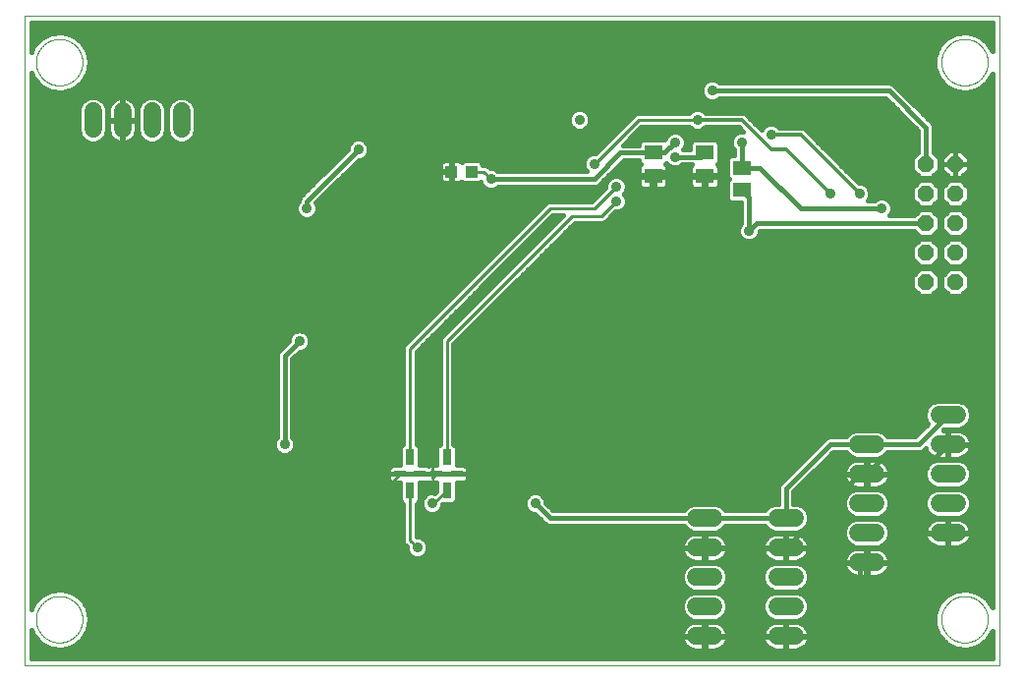
<source format=gbl>
G75*
%MOIN*%
%OFA0B0*%
%FSLAX25Y25*%
%IPPOS*%
%LPD*%
%AMOC8*
5,1,8,0,0,1.08239X$1,22.5*
%
%ADD10C,0.00004*%
%ADD11R,0.06299X0.05118*%
%ADD12R,0.04331X0.03937*%
%ADD13R,0.03150X0.05512*%
%ADD14R,0.04331X0.02362*%
%ADD15R,0.05906X0.05118*%
%ADD16C,0.06000*%
%ADD17OC8,0.05600*%
%ADD18C,0.03562*%
%ADD19C,0.01600*%
%ADD20C,0.01000*%
%ADD21C,0.01200*%
D10*
X0008565Y0001698D02*
X0008565Y0222171D01*
X0339274Y0222171D01*
X0339274Y0001698D01*
X0008565Y0001698D01*
X0012502Y0017446D02*
X0012504Y0017639D01*
X0012511Y0017832D01*
X0012523Y0018025D01*
X0012540Y0018218D01*
X0012561Y0018410D01*
X0012587Y0018601D01*
X0012618Y0018792D01*
X0012653Y0018982D01*
X0012693Y0019171D01*
X0012738Y0019359D01*
X0012787Y0019546D01*
X0012841Y0019732D01*
X0012899Y0019916D01*
X0012962Y0020099D01*
X0013030Y0020280D01*
X0013101Y0020459D01*
X0013178Y0020637D01*
X0013258Y0020813D01*
X0013343Y0020986D01*
X0013432Y0021158D01*
X0013525Y0021327D01*
X0013622Y0021494D01*
X0013724Y0021659D01*
X0013829Y0021821D01*
X0013938Y0021980D01*
X0014052Y0022137D01*
X0014169Y0022290D01*
X0014289Y0022441D01*
X0014414Y0022589D01*
X0014542Y0022734D01*
X0014673Y0022875D01*
X0014808Y0023014D01*
X0014947Y0023149D01*
X0015088Y0023280D01*
X0015233Y0023408D01*
X0015381Y0023533D01*
X0015532Y0023653D01*
X0015685Y0023770D01*
X0015842Y0023884D01*
X0016001Y0023993D01*
X0016163Y0024098D01*
X0016328Y0024200D01*
X0016495Y0024297D01*
X0016664Y0024390D01*
X0016836Y0024479D01*
X0017009Y0024564D01*
X0017185Y0024644D01*
X0017363Y0024721D01*
X0017542Y0024792D01*
X0017723Y0024860D01*
X0017906Y0024923D01*
X0018090Y0024981D01*
X0018276Y0025035D01*
X0018463Y0025084D01*
X0018651Y0025129D01*
X0018840Y0025169D01*
X0019030Y0025204D01*
X0019221Y0025235D01*
X0019412Y0025261D01*
X0019604Y0025282D01*
X0019797Y0025299D01*
X0019990Y0025311D01*
X0020183Y0025318D01*
X0020376Y0025320D01*
X0020569Y0025318D01*
X0020762Y0025311D01*
X0020955Y0025299D01*
X0021148Y0025282D01*
X0021340Y0025261D01*
X0021531Y0025235D01*
X0021722Y0025204D01*
X0021912Y0025169D01*
X0022101Y0025129D01*
X0022289Y0025084D01*
X0022476Y0025035D01*
X0022662Y0024981D01*
X0022846Y0024923D01*
X0023029Y0024860D01*
X0023210Y0024792D01*
X0023389Y0024721D01*
X0023567Y0024644D01*
X0023743Y0024564D01*
X0023916Y0024479D01*
X0024088Y0024390D01*
X0024257Y0024297D01*
X0024424Y0024200D01*
X0024589Y0024098D01*
X0024751Y0023993D01*
X0024910Y0023884D01*
X0025067Y0023770D01*
X0025220Y0023653D01*
X0025371Y0023533D01*
X0025519Y0023408D01*
X0025664Y0023280D01*
X0025805Y0023149D01*
X0025944Y0023014D01*
X0026079Y0022875D01*
X0026210Y0022734D01*
X0026338Y0022589D01*
X0026463Y0022441D01*
X0026583Y0022290D01*
X0026700Y0022137D01*
X0026814Y0021980D01*
X0026923Y0021821D01*
X0027028Y0021659D01*
X0027130Y0021494D01*
X0027227Y0021327D01*
X0027320Y0021158D01*
X0027409Y0020986D01*
X0027494Y0020813D01*
X0027574Y0020637D01*
X0027651Y0020459D01*
X0027722Y0020280D01*
X0027790Y0020099D01*
X0027853Y0019916D01*
X0027911Y0019732D01*
X0027965Y0019546D01*
X0028014Y0019359D01*
X0028059Y0019171D01*
X0028099Y0018982D01*
X0028134Y0018792D01*
X0028165Y0018601D01*
X0028191Y0018410D01*
X0028212Y0018218D01*
X0028229Y0018025D01*
X0028241Y0017832D01*
X0028248Y0017639D01*
X0028250Y0017446D01*
X0028248Y0017253D01*
X0028241Y0017060D01*
X0028229Y0016867D01*
X0028212Y0016674D01*
X0028191Y0016482D01*
X0028165Y0016291D01*
X0028134Y0016100D01*
X0028099Y0015910D01*
X0028059Y0015721D01*
X0028014Y0015533D01*
X0027965Y0015346D01*
X0027911Y0015160D01*
X0027853Y0014976D01*
X0027790Y0014793D01*
X0027722Y0014612D01*
X0027651Y0014433D01*
X0027574Y0014255D01*
X0027494Y0014079D01*
X0027409Y0013906D01*
X0027320Y0013734D01*
X0027227Y0013565D01*
X0027130Y0013398D01*
X0027028Y0013233D01*
X0026923Y0013071D01*
X0026814Y0012912D01*
X0026700Y0012755D01*
X0026583Y0012602D01*
X0026463Y0012451D01*
X0026338Y0012303D01*
X0026210Y0012158D01*
X0026079Y0012017D01*
X0025944Y0011878D01*
X0025805Y0011743D01*
X0025664Y0011612D01*
X0025519Y0011484D01*
X0025371Y0011359D01*
X0025220Y0011239D01*
X0025067Y0011122D01*
X0024910Y0011008D01*
X0024751Y0010899D01*
X0024589Y0010794D01*
X0024424Y0010692D01*
X0024257Y0010595D01*
X0024088Y0010502D01*
X0023916Y0010413D01*
X0023743Y0010328D01*
X0023567Y0010248D01*
X0023389Y0010171D01*
X0023210Y0010100D01*
X0023029Y0010032D01*
X0022846Y0009969D01*
X0022662Y0009911D01*
X0022476Y0009857D01*
X0022289Y0009808D01*
X0022101Y0009763D01*
X0021912Y0009723D01*
X0021722Y0009688D01*
X0021531Y0009657D01*
X0021340Y0009631D01*
X0021148Y0009610D01*
X0020955Y0009593D01*
X0020762Y0009581D01*
X0020569Y0009574D01*
X0020376Y0009572D01*
X0020183Y0009574D01*
X0019990Y0009581D01*
X0019797Y0009593D01*
X0019604Y0009610D01*
X0019412Y0009631D01*
X0019221Y0009657D01*
X0019030Y0009688D01*
X0018840Y0009723D01*
X0018651Y0009763D01*
X0018463Y0009808D01*
X0018276Y0009857D01*
X0018090Y0009911D01*
X0017906Y0009969D01*
X0017723Y0010032D01*
X0017542Y0010100D01*
X0017363Y0010171D01*
X0017185Y0010248D01*
X0017009Y0010328D01*
X0016836Y0010413D01*
X0016664Y0010502D01*
X0016495Y0010595D01*
X0016328Y0010692D01*
X0016163Y0010794D01*
X0016001Y0010899D01*
X0015842Y0011008D01*
X0015685Y0011122D01*
X0015532Y0011239D01*
X0015381Y0011359D01*
X0015233Y0011484D01*
X0015088Y0011612D01*
X0014947Y0011743D01*
X0014808Y0011878D01*
X0014673Y0012017D01*
X0014542Y0012158D01*
X0014414Y0012303D01*
X0014289Y0012451D01*
X0014169Y0012602D01*
X0014052Y0012755D01*
X0013938Y0012912D01*
X0013829Y0013071D01*
X0013724Y0013233D01*
X0013622Y0013398D01*
X0013525Y0013565D01*
X0013432Y0013734D01*
X0013343Y0013906D01*
X0013258Y0014079D01*
X0013178Y0014255D01*
X0013101Y0014433D01*
X0013030Y0014612D01*
X0012962Y0014793D01*
X0012899Y0014976D01*
X0012841Y0015160D01*
X0012787Y0015346D01*
X0012738Y0015533D01*
X0012693Y0015721D01*
X0012653Y0015910D01*
X0012618Y0016100D01*
X0012587Y0016291D01*
X0012561Y0016482D01*
X0012540Y0016674D01*
X0012523Y0016867D01*
X0012511Y0017060D01*
X0012504Y0017253D01*
X0012502Y0017446D01*
X0012502Y0206423D02*
X0012504Y0206616D01*
X0012511Y0206809D01*
X0012523Y0207002D01*
X0012540Y0207195D01*
X0012561Y0207387D01*
X0012587Y0207578D01*
X0012618Y0207769D01*
X0012653Y0207959D01*
X0012693Y0208148D01*
X0012738Y0208336D01*
X0012787Y0208523D01*
X0012841Y0208709D01*
X0012899Y0208893D01*
X0012962Y0209076D01*
X0013030Y0209257D01*
X0013101Y0209436D01*
X0013178Y0209614D01*
X0013258Y0209790D01*
X0013343Y0209963D01*
X0013432Y0210135D01*
X0013525Y0210304D01*
X0013622Y0210471D01*
X0013724Y0210636D01*
X0013829Y0210798D01*
X0013938Y0210957D01*
X0014052Y0211114D01*
X0014169Y0211267D01*
X0014289Y0211418D01*
X0014414Y0211566D01*
X0014542Y0211711D01*
X0014673Y0211852D01*
X0014808Y0211991D01*
X0014947Y0212126D01*
X0015088Y0212257D01*
X0015233Y0212385D01*
X0015381Y0212510D01*
X0015532Y0212630D01*
X0015685Y0212747D01*
X0015842Y0212861D01*
X0016001Y0212970D01*
X0016163Y0213075D01*
X0016328Y0213177D01*
X0016495Y0213274D01*
X0016664Y0213367D01*
X0016836Y0213456D01*
X0017009Y0213541D01*
X0017185Y0213621D01*
X0017363Y0213698D01*
X0017542Y0213769D01*
X0017723Y0213837D01*
X0017906Y0213900D01*
X0018090Y0213958D01*
X0018276Y0214012D01*
X0018463Y0214061D01*
X0018651Y0214106D01*
X0018840Y0214146D01*
X0019030Y0214181D01*
X0019221Y0214212D01*
X0019412Y0214238D01*
X0019604Y0214259D01*
X0019797Y0214276D01*
X0019990Y0214288D01*
X0020183Y0214295D01*
X0020376Y0214297D01*
X0020569Y0214295D01*
X0020762Y0214288D01*
X0020955Y0214276D01*
X0021148Y0214259D01*
X0021340Y0214238D01*
X0021531Y0214212D01*
X0021722Y0214181D01*
X0021912Y0214146D01*
X0022101Y0214106D01*
X0022289Y0214061D01*
X0022476Y0214012D01*
X0022662Y0213958D01*
X0022846Y0213900D01*
X0023029Y0213837D01*
X0023210Y0213769D01*
X0023389Y0213698D01*
X0023567Y0213621D01*
X0023743Y0213541D01*
X0023916Y0213456D01*
X0024088Y0213367D01*
X0024257Y0213274D01*
X0024424Y0213177D01*
X0024589Y0213075D01*
X0024751Y0212970D01*
X0024910Y0212861D01*
X0025067Y0212747D01*
X0025220Y0212630D01*
X0025371Y0212510D01*
X0025519Y0212385D01*
X0025664Y0212257D01*
X0025805Y0212126D01*
X0025944Y0211991D01*
X0026079Y0211852D01*
X0026210Y0211711D01*
X0026338Y0211566D01*
X0026463Y0211418D01*
X0026583Y0211267D01*
X0026700Y0211114D01*
X0026814Y0210957D01*
X0026923Y0210798D01*
X0027028Y0210636D01*
X0027130Y0210471D01*
X0027227Y0210304D01*
X0027320Y0210135D01*
X0027409Y0209963D01*
X0027494Y0209790D01*
X0027574Y0209614D01*
X0027651Y0209436D01*
X0027722Y0209257D01*
X0027790Y0209076D01*
X0027853Y0208893D01*
X0027911Y0208709D01*
X0027965Y0208523D01*
X0028014Y0208336D01*
X0028059Y0208148D01*
X0028099Y0207959D01*
X0028134Y0207769D01*
X0028165Y0207578D01*
X0028191Y0207387D01*
X0028212Y0207195D01*
X0028229Y0207002D01*
X0028241Y0206809D01*
X0028248Y0206616D01*
X0028250Y0206423D01*
X0028248Y0206230D01*
X0028241Y0206037D01*
X0028229Y0205844D01*
X0028212Y0205651D01*
X0028191Y0205459D01*
X0028165Y0205268D01*
X0028134Y0205077D01*
X0028099Y0204887D01*
X0028059Y0204698D01*
X0028014Y0204510D01*
X0027965Y0204323D01*
X0027911Y0204137D01*
X0027853Y0203953D01*
X0027790Y0203770D01*
X0027722Y0203589D01*
X0027651Y0203410D01*
X0027574Y0203232D01*
X0027494Y0203056D01*
X0027409Y0202883D01*
X0027320Y0202711D01*
X0027227Y0202542D01*
X0027130Y0202375D01*
X0027028Y0202210D01*
X0026923Y0202048D01*
X0026814Y0201889D01*
X0026700Y0201732D01*
X0026583Y0201579D01*
X0026463Y0201428D01*
X0026338Y0201280D01*
X0026210Y0201135D01*
X0026079Y0200994D01*
X0025944Y0200855D01*
X0025805Y0200720D01*
X0025664Y0200589D01*
X0025519Y0200461D01*
X0025371Y0200336D01*
X0025220Y0200216D01*
X0025067Y0200099D01*
X0024910Y0199985D01*
X0024751Y0199876D01*
X0024589Y0199771D01*
X0024424Y0199669D01*
X0024257Y0199572D01*
X0024088Y0199479D01*
X0023916Y0199390D01*
X0023743Y0199305D01*
X0023567Y0199225D01*
X0023389Y0199148D01*
X0023210Y0199077D01*
X0023029Y0199009D01*
X0022846Y0198946D01*
X0022662Y0198888D01*
X0022476Y0198834D01*
X0022289Y0198785D01*
X0022101Y0198740D01*
X0021912Y0198700D01*
X0021722Y0198665D01*
X0021531Y0198634D01*
X0021340Y0198608D01*
X0021148Y0198587D01*
X0020955Y0198570D01*
X0020762Y0198558D01*
X0020569Y0198551D01*
X0020376Y0198549D01*
X0020183Y0198551D01*
X0019990Y0198558D01*
X0019797Y0198570D01*
X0019604Y0198587D01*
X0019412Y0198608D01*
X0019221Y0198634D01*
X0019030Y0198665D01*
X0018840Y0198700D01*
X0018651Y0198740D01*
X0018463Y0198785D01*
X0018276Y0198834D01*
X0018090Y0198888D01*
X0017906Y0198946D01*
X0017723Y0199009D01*
X0017542Y0199077D01*
X0017363Y0199148D01*
X0017185Y0199225D01*
X0017009Y0199305D01*
X0016836Y0199390D01*
X0016664Y0199479D01*
X0016495Y0199572D01*
X0016328Y0199669D01*
X0016163Y0199771D01*
X0016001Y0199876D01*
X0015842Y0199985D01*
X0015685Y0200099D01*
X0015532Y0200216D01*
X0015381Y0200336D01*
X0015233Y0200461D01*
X0015088Y0200589D01*
X0014947Y0200720D01*
X0014808Y0200855D01*
X0014673Y0200994D01*
X0014542Y0201135D01*
X0014414Y0201280D01*
X0014289Y0201428D01*
X0014169Y0201579D01*
X0014052Y0201732D01*
X0013938Y0201889D01*
X0013829Y0202048D01*
X0013724Y0202210D01*
X0013622Y0202375D01*
X0013525Y0202542D01*
X0013432Y0202711D01*
X0013343Y0202883D01*
X0013258Y0203056D01*
X0013178Y0203232D01*
X0013101Y0203410D01*
X0013030Y0203589D01*
X0012962Y0203770D01*
X0012899Y0203953D01*
X0012841Y0204137D01*
X0012787Y0204323D01*
X0012738Y0204510D01*
X0012693Y0204698D01*
X0012653Y0204887D01*
X0012618Y0205077D01*
X0012587Y0205268D01*
X0012561Y0205459D01*
X0012540Y0205651D01*
X0012523Y0205844D01*
X0012511Y0206037D01*
X0012504Y0206230D01*
X0012502Y0206423D01*
X0319589Y0206423D02*
X0319591Y0206616D01*
X0319598Y0206809D01*
X0319610Y0207002D01*
X0319627Y0207195D01*
X0319648Y0207387D01*
X0319674Y0207578D01*
X0319705Y0207769D01*
X0319740Y0207959D01*
X0319780Y0208148D01*
X0319825Y0208336D01*
X0319874Y0208523D01*
X0319928Y0208709D01*
X0319986Y0208893D01*
X0320049Y0209076D01*
X0320117Y0209257D01*
X0320188Y0209436D01*
X0320265Y0209614D01*
X0320345Y0209790D01*
X0320430Y0209963D01*
X0320519Y0210135D01*
X0320612Y0210304D01*
X0320709Y0210471D01*
X0320811Y0210636D01*
X0320916Y0210798D01*
X0321025Y0210957D01*
X0321139Y0211114D01*
X0321256Y0211267D01*
X0321376Y0211418D01*
X0321501Y0211566D01*
X0321629Y0211711D01*
X0321760Y0211852D01*
X0321895Y0211991D01*
X0322034Y0212126D01*
X0322175Y0212257D01*
X0322320Y0212385D01*
X0322468Y0212510D01*
X0322619Y0212630D01*
X0322772Y0212747D01*
X0322929Y0212861D01*
X0323088Y0212970D01*
X0323250Y0213075D01*
X0323415Y0213177D01*
X0323582Y0213274D01*
X0323751Y0213367D01*
X0323923Y0213456D01*
X0324096Y0213541D01*
X0324272Y0213621D01*
X0324450Y0213698D01*
X0324629Y0213769D01*
X0324810Y0213837D01*
X0324993Y0213900D01*
X0325177Y0213958D01*
X0325363Y0214012D01*
X0325550Y0214061D01*
X0325738Y0214106D01*
X0325927Y0214146D01*
X0326117Y0214181D01*
X0326308Y0214212D01*
X0326499Y0214238D01*
X0326691Y0214259D01*
X0326884Y0214276D01*
X0327077Y0214288D01*
X0327270Y0214295D01*
X0327463Y0214297D01*
X0327656Y0214295D01*
X0327849Y0214288D01*
X0328042Y0214276D01*
X0328235Y0214259D01*
X0328427Y0214238D01*
X0328618Y0214212D01*
X0328809Y0214181D01*
X0328999Y0214146D01*
X0329188Y0214106D01*
X0329376Y0214061D01*
X0329563Y0214012D01*
X0329749Y0213958D01*
X0329933Y0213900D01*
X0330116Y0213837D01*
X0330297Y0213769D01*
X0330476Y0213698D01*
X0330654Y0213621D01*
X0330830Y0213541D01*
X0331003Y0213456D01*
X0331175Y0213367D01*
X0331344Y0213274D01*
X0331511Y0213177D01*
X0331676Y0213075D01*
X0331838Y0212970D01*
X0331997Y0212861D01*
X0332154Y0212747D01*
X0332307Y0212630D01*
X0332458Y0212510D01*
X0332606Y0212385D01*
X0332751Y0212257D01*
X0332892Y0212126D01*
X0333031Y0211991D01*
X0333166Y0211852D01*
X0333297Y0211711D01*
X0333425Y0211566D01*
X0333550Y0211418D01*
X0333670Y0211267D01*
X0333787Y0211114D01*
X0333901Y0210957D01*
X0334010Y0210798D01*
X0334115Y0210636D01*
X0334217Y0210471D01*
X0334314Y0210304D01*
X0334407Y0210135D01*
X0334496Y0209963D01*
X0334581Y0209790D01*
X0334661Y0209614D01*
X0334738Y0209436D01*
X0334809Y0209257D01*
X0334877Y0209076D01*
X0334940Y0208893D01*
X0334998Y0208709D01*
X0335052Y0208523D01*
X0335101Y0208336D01*
X0335146Y0208148D01*
X0335186Y0207959D01*
X0335221Y0207769D01*
X0335252Y0207578D01*
X0335278Y0207387D01*
X0335299Y0207195D01*
X0335316Y0207002D01*
X0335328Y0206809D01*
X0335335Y0206616D01*
X0335337Y0206423D01*
X0335335Y0206230D01*
X0335328Y0206037D01*
X0335316Y0205844D01*
X0335299Y0205651D01*
X0335278Y0205459D01*
X0335252Y0205268D01*
X0335221Y0205077D01*
X0335186Y0204887D01*
X0335146Y0204698D01*
X0335101Y0204510D01*
X0335052Y0204323D01*
X0334998Y0204137D01*
X0334940Y0203953D01*
X0334877Y0203770D01*
X0334809Y0203589D01*
X0334738Y0203410D01*
X0334661Y0203232D01*
X0334581Y0203056D01*
X0334496Y0202883D01*
X0334407Y0202711D01*
X0334314Y0202542D01*
X0334217Y0202375D01*
X0334115Y0202210D01*
X0334010Y0202048D01*
X0333901Y0201889D01*
X0333787Y0201732D01*
X0333670Y0201579D01*
X0333550Y0201428D01*
X0333425Y0201280D01*
X0333297Y0201135D01*
X0333166Y0200994D01*
X0333031Y0200855D01*
X0332892Y0200720D01*
X0332751Y0200589D01*
X0332606Y0200461D01*
X0332458Y0200336D01*
X0332307Y0200216D01*
X0332154Y0200099D01*
X0331997Y0199985D01*
X0331838Y0199876D01*
X0331676Y0199771D01*
X0331511Y0199669D01*
X0331344Y0199572D01*
X0331175Y0199479D01*
X0331003Y0199390D01*
X0330830Y0199305D01*
X0330654Y0199225D01*
X0330476Y0199148D01*
X0330297Y0199077D01*
X0330116Y0199009D01*
X0329933Y0198946D01*
X0329749Y0198888D01*
X0329563Y0198834D01*
X0329376Y0198785D01*
X0329188Y0198740D01*
X0328999Y0198700D01*
X0328809Y0198665D01*
X0328618Y0198634D01*
X0328427Y0198608D01*
X0328235Y0198587D01*
X0328042Y0198570D01*
X0327849Y0198558D01*
X0327656Y0198551D01*
X0327463Y0198549D01*
X0327270Y0198551D01*
X0327077Y0198558D01*
X0326884Y0198570D01*
X0326691Y0198587D01*
X0326499Y0198608D01*
X0326308Y0198634D01*
X0326117Y0198665D01*
X0325927Y0198700D01*
X0325738Y0198740D01*
X0325550Y0198785D01*
X0325363Y0198834D01*
X0325177Y0198888D01*
X0324993Y0198946D01*
X0324810Y0199009D01*
X0324629Y0199077D01*
X0324450Y0199148D01*
X0324272Y0199225D01*
X0324096Y0199305D01*
X0323923Y0199390D01*
X0323751Y0199479D01*
X0323582Y0199572D01*
X0323415Y0199669D01*
X0323250Y0199771D01*
X0323088Y0199876D01*
X0322929Y0199985D01*
X0322772Y0200099D01*
X0322619Y0200216D01*
X0322468Y0200336D01*
X0322320Y0200461D01*
X0322175Y0200589D01*
X0322034Y0200720D01*
X0321895Y0200855D01*
X0321760Y0200994D01*
X0321629Y0201135D01*
X0321501Y0201280D01*
X0321376Y0201428D01*
X0321256Y0201579D01*
X0321139Y0201732D01*
X0321025Y0201889D01*
X0320916Y0202048D01*
X0320811Y0202210D01*
X0320709Y0202375D01*
X0320612Y0202542D01*
X0320519Y0202711D01*
X0320430Y0202883D01*
X0320345Y0203056D01*
X0320265Y0203232D01*
X0320188Y0203410D01*
X0320117Y0203589D01*
X0320049Y0203770D01*
X0319986Y0203953D01*
X0319928Y0204137D01*
X0319874Y0204323D01*
X0319825Y0204510D01*
X0319780Y0204698D01*
X0319740Y0204887D01*
X0319705Y0205077D01*
X0319674Y0205268D01*
X0319648Y0205459D01*
X0319627Y0205651D01*
X0319610Y0205844D01*
X0319598Y0206037D01*
X0319591Y0206230D01*
X0319589Y0206423D01*
X0319589Y0017446D02*
X0319591Y0017639D01*
X0319598Y0017832D01*
X0319610Y0018025D01*
X0319627Y0018218D01*
X0319648Y0018410D01*
X0319674Y0018601D01*
X0319705Y0018792D01*
X0319740Y0018982D01*
X0319780Y0019171D01*
X0319825Y0019359D01*
X0319874Y0019546D01*
X0319928Y0019732D01*
X0319986Y0019916D01*
X0320049Y0020099D01*
X0320117Y0020280D01*
X0320188Y0020459D01*
X0320265Y0020637D01*
X0320345Y0020813D01*
X0320430Y0020986D01*
X0320519Y0021158D01*
X0320612Y0021327D01*
X0320709Y0021494D01*
X0320811Y0021659D01*
X0320916Y0021821D01*
X0321025Y0021980D01*
X0321139Y0022137D01*
X0321256Y0022290D01*
X0321376Y0022441D01*
X0321501Y0022589D01*
X0321629Y0022734D01*
X0321760Y0022875D01*
X0321895Y0023014D01*
X0322034Y0023149D01*
X0322175Y0023280D01*
X0322320Y0023408D01*
X0322468Y0023533D01*
X0322619Y0023653D01*
X0322772Y0023770D01*
X0322929Y0023884D01*
X0323088Y0023993D01*
X0323250Y0024098D01*
X0323415Y0024200D01*
X0323582Y0024297D01*
X0323751Y0024390D01*
X0323923Y0024479D01*
X0324096Y0024564D01*
X0324272Y0024644D01*
X0324450Y0024721D01*
X0324629Y0024792D01*
X0324810Y0024860D01*
X0324993Y0024923D01*
X0325177Y0024981D01*
X0325363Y0025035D01*
X0325550Y0025084D01*
X0325738Y0025129D01*
X0325927Y0025169D01*
X0326117Y0025204D01*
X0326308Y0025235D01*
X0326499Y0025261D01*
X0326691Y0025282D01*
X0326884Y0025299D01*
X0327077Y0025311D01*
X0327270Y0025318D01*
X0327463Y0025320D01*
X0327656Y0025318D01*
X0327849Y0025311D01*
X0328042Y0025299D01*
X0328235Y0025282D01*
X0328427Y0025261D01*
X0328618Y0025235D01*
X0328809Y0025204D01*
X0328999Y0025169D01*
X0329188Y0025129D01*
X0329376Y0025084D01*
X0329563Y0025035D01*
X0329749Y0024981D01*
X0329933Y0024923D01*
X0330116Y0024860D01*
X0330297Y0024792D01*
X0330476Y0024721D01*
X0330654Y0024644D01*
X0330830Y0024564D01*
X0331003Y0024479D01*
X0331175Y0024390D01*
X0331344Y0024297D01*
X0331511Y0024200D01*
X0331676Y0024098D01*
X0331838Y0023993D01*
X0331997Y0023884D01*
X0332154Y0023770D01*
X0332307Y0023653D01*
X0332458Y0023533D01*
X0332606Y0023408D01*
X0332751Y0023280D01*
X0332892Y0023149D01*
X0333031Y0023014D01*
X0333166Y0022875D01*
X0333297Y0022734D01*
X0333425Y0022589D01*
X0333550Y0022441D01*
X0333670Y0022290D01*
X0333787Y0022137D01*
X0333901Y0021980D01*
X0334010Y0021821D01*
X0334115Y0021659D01*
X0334217Y0021494D01*
X0334314Y0021327D01*
X0334407Y0021158D01*
X0334496Y0020986D01*
X0334581Y0020813D01*
X0334661Y0020637D01*
X0334738Y0020459D01*
X0334809Y0020280D01*
X0334877Y0020099D01*
X0334940Y0019916D01*
X0334998Y0019732D01*
X0335052Y0019546D01*
X0335101Y0019359D01*
X0335146Y0019171D01*
X0335186Y0018982D01*
X0335221Y0018792D01*
X0335252Y0018601D01*
X0335278Y0018410D01*
X0335299Y0018218D01*
X0335316Y0018025D01*
X0335328Y0017832D01*
X0335335Y0017639D01*
X0335337Y0017446D01*
X0335335Y0017253D01*
X0335328Y0017060D01*
X0335316Y0016867D01*
X0335299Y0016674D01*
X0335278Y0016482D01*
X0335252Y0016291D01*
X0335221Y0016100D01*
X0335186Y0015910D01*
X0335146Y0015721D01*
X0335101Y0015533D01*
X0335052Y0015346D01*
X0334998Y0015160D01*
X0334940Y0014976D01*
X0334877Y0014793D01*
X0334809Y0014612D01*
X0334738Y0014433D01*
X0334661Y0014255D01*
X0334581Y0014079D01*
X0334496Y0013906D01*
X0334407Y0013734D01*
X0334314Y0013565D01*
X0334217Y0013398D01*
X0334115Y0013233D01*
X0334010Y0013071D01*
X0333901Y0012912D01*
X0333787Y0012755D01*
X0333670Y0012602D01*
X0333550Y0012451D01*
X0333425Y0012303D01*
X0333297Y0012158D01*
X0333166Y0012017D01*
X0333031Y0011878D01*
X0332892Y0011743D01*
X0332751Y0011612D01*
X0332606Y0011484D01*
X0332458Y0011359D01*
X0332307Y0011239D01*
X0332154Y0011122D01*
X0331997Y0011008D01*
X0331838Y0010899D01*
X0331676Y0010794D01*
X0331511Y0010692D01*
X0331344Y0010595D01*
X0331175Y0010502D01*
X0331003Y0010413D01*
X0330830Y0010328D01*
X0330654Y0010248D01*
X0330476Y0010171D01*
X0330297Y0010100D01*
X0330116Y0010032D01*
X0329933Y0009969D01*
X0329749Y0009911D01*
X0329563Y0009857D01*
X0329376Y0009808D01*
X0329188Y0009763D01*
X0328999Y0009723D01*
X0328809Y0009688D01*
X0328618Y0009657D01*
X0328427Y0009631D01*
X0328235Y0009610D01*
X0328042Y0009593D01*
X0327849Y0009581D01*
X0327656Y0009574D01*
X0327463Y0009572D01*
X0327270Y0009574D01*
X0327077Y0009581D01*
X0326884Y0009593D01*
X0326691Y0009610D01*
X0326499Y0009631D01*
X0326308Y0009657D01*
X0326117Y0009688D01*
X0325927Y0009723D01*
X0325738Y0009763D01*
X0325550Y0009808D01*
X0325363Y0009857D01*
X0325177Y0009911D01*
X0324993Y0009969D01*
X0324810Y0010032D01*
X0324629Y0010100D01*
X0324450Y0010171D01*
X0324272Y0010248D01*
X0324096Y0010328D01*
X0323923Y0010413D01*
X0323751Y0010502D01*
X0323582Y0010595D01*
X0323415Y0010692D01*
X0323250Y0010794D01*
X0323088Y0010899D01*
X0322929Y0011008D01*
X0322772Y0011122D01*
X0322619Y0011239D01*
X0322468Y0011359D01*
X0322320Y0011484D01*
X0322175Y0011612D01*
X0322034Y0011743D01*
X0321895Y0011878D01*
X0321760Y0012017D01*
X0321629Y0012158D01*
X0321501Y0012303D01*
X0321376Y0012451D01*
X0321256Y0012602D01*
X0321139Y0012755D01*
X0321025Y0012912D01*
X0320916Y0013071D01*
X0320811Y0013233D01*
X0320709Y0013398D01*
X0320612Y0013565D01*
X0320519Y0013734D01*
X0320430Y0013906D01*
X0320345Y0014079D01*
X0320265Y0014255D01*
X0320188Y0014433D01*
X0320117Y0014612D01*
X0320049Y0014793D01*
X0319986Y0014976D01*
X0319928Y0015160D01*
X0319874Y0015346D01*
X0319825Y0015533D01*
X0319780Y0015721D01*
X0319740Y0015910D01*
X0319705Y0016100D01*
X0319674Y0016291D01*
X0319648Y0016482D01*
X0319627Y0016674D01*
X0319610Y0016867D01*
X0319598Y0017060D01*
X0319591Y0017253D01*
X0319589Y0017446D01*
D11*
X0239300Y0167863D03*
X0239300Y0175737D03*
X0221800Y0175737D03*
X0221800Y0167863D03*
D12*
X0160146Y0169300D03*
X0153454Y0169300D03*
D13*
X0151800Y0072410D03*
X0139300Y0072410D03*
X0139300Y0061190D03*
X0151800Y0061190D03*
D14*
X0148454Y0066800D03*
X0142646Y0066800D03*
X0135954Y0066800D03*
X0155146Y0066800D03*
D15*
X0251800Y0163060D03*
X0251800Y0170540D03*
D16*
X0318800Y0086800D02*
X0324800Y0086800D01*
X0324800Y0076800D02*
X0318800Y0076800D01*
X0318800Y0066800D02*
X0324800Y0066800D01*
X0324800Y0056800D02*
X0318800Y0056800D01*
X0318800Y0046800D02*
X0324800Y0046800D01*
X0297300Y0046800D02*
X0291300Y0046800D01*
X0291300Y0036800D02*
X0297300Y0036800D01*
X0269800Y0031800D02*
X0263800Y0031800D01*
X0263800Y0041800D02*
X0269800Y0041800D01*
X0269800Y0051800D02*
X0263800Y0051800D01*
X0242300Y0051800D02*
X0236300Y0051800D01*
X0236300Y0041800D02*
X0242300Y0041800D01*
X0242300Y0031800D02*
X0236300Y0031800D01*
X0236300Y0021800D02*
X0242300Y0021800D01*
X0242300Y0011800D02*
X0236300Y0011800D01*
X0263800Y0011800D02*
X0269800Y0011800D01*
X0269800Y0021800D02*
X0263800Y0021800D01*
X0291300Y0056800D02*
X0297300Y0056800D01*
X0297300Y0066800D02*
X0291300Y0066800D01*
X0291300Y0076800D02*
X0297300Y0076800D01*
X0061800Y0183800D02*
X0061800Y0189800D01*
X0051800Y0189800D02*
X0051800Y0183800D01*
X0041800Y0183800D02*
X0041800Y0189800D01*
X0031800Y0189800D02*
X0031800Y0183800D01*
D17*
X0314300Y0171800D03*
X0324300Y0171800D03*
X0324300Y0161800D03*
X0314300Y0161800D03*
X0314300Y0151800D03*
X0324300Y0151800D03*
X0324300Y0141800D03*
X0314300Y0141800D03*
X0314300Y0131800D03*
X0324300Y0131800D03*
D18*
X0299300Y0156800D03*
X0291800Y0161800D03*
X0281800Y0161800D03*
X0254300Y0149300D03*
X0229300Y0169300D03*
X0229300Y0174300D03*
X0229300Y0179300D03*
X0236800Y0186800D03*
X0241800Y0196800D03*
X0261800Y0181800D03*
X0251800Y0179300D03*
X0209300Y0164300D03*
X0209300Y0159300D03*
X0201800Y0171800D03*
X0196800Y0186800D03*
X0166800Y0166800D03*
X0141800Y0171800D03*
X0121800Y0176800D03*
X0116800Y0181800D03*
X0081800Y0171800D03*
X0066800Y0161800D03*
X0104300Y0156800D03*
X0099300Y0139300D03*
X0111800Y0121800D03*
X0101800Y0111800D03*
X0126800Y0086800D03*
X0146800Y0079300D03*
X0176800Y0071800D03*
X0194300Y0079300D03*
X0194300Y0091800D03*
X0181800Y0056800D03*
X0146800Y0056800D03*
X0131800Y0056800D03*
X0141800Y0041800D03*
X0146800Y0016800D03*
X0086800Y0056800D03*
X0056800Y0041800D03*
X0056800Y0036800D03*
X0056800Y0031800D03*
X0046800Y0031800D03*
X0046800Y0036800D03*
X0046800Y0041800D03*
X0096800Y0076800D03*
X0151800Y0141800D03*
X0266800Y0126800D03*
D19*
X0256329Y0146264D02*
X0257336Y0147271D01*
X0257881Y0148588D01*
X0257881Y0149200D01*
X0310395Y0149200D01*
X0312395Y0147200D01*
X0316205Y0147200D01*
X0318900Y0149895D01*
X0318900Y0153705D01*
X0316205Y0156400D01*
X0312395Y0156400D01*
X0310395Y0154400D01*
X0301964Y0154400D01*
X0302336Y0154771D01*
X0302881Y0156088D01*
X0302881Y0157512D01*
X0302336Y0158829D01*
X0301329Y0159836D01*
X0300012Y0160381D01*
X0298588Y0160381D01*
X0297271Y0159836D01*
X0296836Y0159400D01*
X0294464Y0159400D01*
X0294836Y0159771D01*
X0295381Y0161088D01*
X0295381Y0162512D01*
X0294836Y0163829D01*
X0293829Y0164836D01*
X0292512Y0165381D01*
X0291613Y0165381D01*
X0273835Y0183159D01*
X0273159Y0183835D01*
X0272277Y0184200D01*
X0264464Y0184200D01*
X0263829Y0184836D01*
X0262512Y0185381D01*
X0261088Y0185381D01*
X0259771Y0184836D01*
X0258764Y0183829D01*
X0258589Y0183405D01*
X0253835Y0188159D01*
X0253159Y0188835D01*
X0252277Y0189200D01*
X0239464Y0189200D01*
X0238829Y0189836D01*
X0237512Y0190381D01*
X0236088Y0190381D01*
X0234771Y0189836D01*
X0234036Y0189100D01*
X0215847Y0189100D01*
X0202128Y0175381D01*
X0201088Y0175381D01*
X0199771Y0174836D01*
X0198764Y0173829D01*
X0198219Y0172512D01*
X0198219Y0171088D01*
X0198764Y0169771D01*
X0199136Y0169400D01*
X0169264Y0169400D01*
X0168829Y0169836D01*
X0167512Y0170381D01*
X0166472Y0170381D01*
X0165253Y0171600D01*
X0164112Y0171600D01*
X0164112Y0172014D01*
X0163057Y0173068D01*
X0157236Y0173068D01*
X0156800Y0172633D01*
X0156724Y0172709D01*
X0156314Y0172946D01*
X0155856Y0173068D01*
X0153638Y0173068D01*
X0153638Y0169484D01*
X0153269Y0169484D01*
X0153269Y0169116D01*
X0149488Y0169116D01*
X0149488Y0167095D01*
X0149611Y0166637D01*
X0149848Y0166226D01*
X0150183Y0165891D01*
X0150593Y0165654D01*
X0151051Y0165531D01*
X0153269Y0165531D01*
X0153269Y0169116D01*
X0153638Y0169116D01*
X0153638Y0165531D01*
X0155856Y0165531D01*
X0156314Y0165654D01*
X0156724Y0165891D01*
X0156800Y0165967D01*
X0157236Y0165531D01*
X0163057Y0165531D01*
X0163334Y0165809D01*
X0163764Y0164771D01*
X0164771Y0163764D01*
X0166088Y0163219D01*
X0167512Y0163219D01*
X0168829Y0163764D01*
X0169264Y0164200D01*
X0202317Y0164200D01*
X0203273Y0164596D01*
X0204004Y0165327D01*
X0211814Y0173137D01*
X0216850Y0173137D01*
X0216850Y0172432D01*
X0217483Y0171800D01*
X0217210Y0171527D01*
X0216973Y0171117D01*
X0216850Y0170659D01*
X0216850Y0168343D01*
X0221320Y0168343D01*
X0221320Y0167383D01*
X0222280Y0167383D01*
X0222280Y0168343D01*
X0226750Y0168343D01*
X0226750Y0170659D01*
X0226627Y0171117D01*
X0226390Y0171527D01*
X0226117Y0171800D01*
X0226426Y0172109D01*
X0227271Y0171264D01*
X0228588Y0170719D01*
X0230012Y0170719D01*
X0231329Y0171264D01*
X0231764Y0171700D01*
X0234883Y0171700D01*
X0234710Y0171527D01*
X0234473Y0171117D01*
X0234350Y0170659D01*
X0234350Y0168343D01*
X0238820Y0168343D01*
X0238820Y0167383D01*
X0239780Y0167383D01*
X0239780Y0168343D01*
X0244250Y0168343D01*
X0244250Y0170659D01*
X0244127Y0171117D01*
X0243890Y0171527D01*
X0243617Y0171800D01*
X0244250Y0172432D01*
X0244250Y0179042D01*
X0243195Y0180096D01*
X0235405Y0180096D01*
X0234350Y0179042D01*
X0234350Y0176900D01*
X0231964Y0176900D01*
X0232336Y0177271D01*
X0232881Y0178588D01*
X0232881Y0180012D01*
X0232336Y0181329D01*
X0231329Y0182336D01*
X0230012Y0182881D01*
X0228588Y0182881D01*
X0227271Y0182336D01*
X0226264Y0181329D01*
X0225736Y0180055D01*
X0225695Y0180096D01*
X0217905Y0180096D01*
X0216850Y0179042D01*
X0216850Y0178337D01*
X0211590Y0178337D01*
X0217753Y0184500D01*
X0234036Y0184500D01*
X0234771Y0183764D01*
X0236088Y0183219D01*
X0237512Y0183219D01*
X0238829Y0183764D01*
X0239464Y0184400D01*
X0250806Y0184400D01*
X0252325Y0182881D01*
X0251088Y0182881D01*
X0249771Y0182336D01*
X0248764Y0181329D01*
X0248219Y0180012D01*
X0248219Y0178588D01*
X0248764Y0177271D01*
X0249200Y0176836D01*
X0249200Y0174899D01*
X0248102Y0174899D01*
X0247047Y0173845D01*
X0247047Y0167236D01*
X0247483Y0166800D01*
X0247047Y0166364D01*
X0247047Y0159755D01*
X0248102Y0158701D01*
X0251700Y0158701D01*
X0251700Y0151764D01*
X0251264Y0151329D01*
X0250719Y0150012D01*
X0250719Y0148588D01*
X0251264Y0147271D01*
X0252271Y0146264D01*
X0253588Y0145719D01*
X0255012Y0145719D01*
X0256329Y0146264D01*
X0257329Y0147265D02*
X0312330Y0147265D01*
X0312395Y0146400D02*
X0309700Y0143705D01*
X0309700Y0139895D01*
X0312395Y0137200D01*
X0316205Y0137200D01*
X0318900Y0139895D01*
X0318900Y0143705D01*
X0316205Y0146400D01*
X0312395Y0146400D01*
X0311661Y0145666D02*
X0188919Y0145666D01*
X0190517Y0147265D02*
X0251271Y0147265D01*
X0250719Y0148863D02*
X0192116Y0148863D01*
X0193714Y0150462D02*
X0250905Y0150462D01*
X0251700Y0152060D02*
X0205313Y0152060D01*
X0205253Y0152000D02*
X0208972Y0155719D01*
X0210012Y0155719D01*
X0211329Y0156264D01*
X0212336Y0157271D01*
X0212881Y0158588D01*
X0212881Y0160012D01*
X0212336Y0161329D01*
X0211864Y0161800D01*
X0212336Y0162271D01*
X0212881Y0163588D01*
X0212881Y0165012D01*
X0212336Y0166329D01*
X0211329Y0167336D01*
X0210012Y0167881D01*
X0208588Y0167881D01*
X0207271Y0167336D01*
X0206264Y0166329D01*
X0205719Y0165012D01*
X0205719Y0163972D01*
X0200847Y0159100D01*
X0185847Y0159100D01*
X0184500Y0157753D01*
X0137000Y0110253D01*
X0137000Y0076966D01*
X0136980Y0076966D01*
X0135925Y0075912D01*
X0135925Y0069781D01*
X0133551Y0069781D01*
X0133093Y0069658D01*
X0132683Y0069421D01*
X0132348Y0069086D01*
X0132111Y0068676D01*
X0131988Y0068218D01*
X0131988Y0066800D01*
X0135953Y0066800D01*
X0131988Y0066800D01*
X0131988Y0065382D01*
X0132111Y0064924D01*
X0132348Y0064514D01*
X0132683Y0064179D01*
X0133093Y0063942D01*
X0133551Y0063819D01*
X0135925Y0063819D01*
X0135925Y0057688D01*
X0136980Y0056634D01*
X0137000Y0056634D01*
X0137000Y0043347D01*
X0138219Y0042128D01*
X0138219Y0041088D01*
X0138764Y0039771D01*
X0139771Y0038764D01*
X0141088Y0038219D01*
X0142512Y0038219D01*
X0143829Y0038764D01*
X0144836Y0039771D01*
X0145381Y0041088D01*
X0145381Y0042512D01*
X0144836Y0043829D01*
X0143829Y0044836D01*
X0142512Y0045381D01*
X0141600Y0045381D01*
X0141600Y0056634D01*
X0141620Y0056634D01*
X0142675Y0057688D01*
X0142675Y0063819D01*
X0145049Y0063819D01*
X0145507Y0063942D01*
X0145550Y0063967D01*
X0145593Y0063942D01*
X0146051Y0063819D01*
X0148425Y0063819D01*
X0148425Y0061068D01*
X0147672Y0060315D01*
X0147512Y0060381D01*
X0146088Y0060381D01*
X0144771Y0059836D01*
X0143764Y0058829D01*
X0143219Y0057512D01*
X0143219Y0056088D01*
X0143764Y0054771D01*
X0144771Y0053764D01*
X0146088Y0053219D01*
X0147512Y0053219D01*
X0148829Y0053764D01*
X0149836Y0054771D01*
X0150381Y0056088D01*
X0150381Y0056518D01*
X0150497Y0056634D01*
X0154120Y0056634D01*
X0155175Y0057688D01*
X0155175Y0063819D01*
X0157549Y0063819D01*
X0158007Y0063942D01*
X0158417Y0064179D01*
X0158752Y0064514D01*
X0158989Y0064924D01*
X0159112Y0065382D01*
X0159112Y0066800D01*
X0159112Y0068218D01*
X0158989Y0068676D01*
X0158752Y0069086D01*
X0158417Y0069421D01*
X0158007Y0069658D01*
X0157549Y0069781D01*
X0155175Y0069781D01*
X0155175Y0075912D01*
X0154120Y0076966D01*
X0154100Y0076966D01*
X0154100Y0110847D01*
X0195253Y0152000D01*
X0205253Y0152000D01*
X0206911Y0153659D02*
X0251700Y0153659D01*
X0251700Y0155257D02*
X0208510Y0155257D01*
X0211920Y0156856D02*
X0251700Y0156856D01*
X0251700Y0158454D02*
X0212826Y0158454D01*
X0212864Y0160053D02*
X0247047Y0160053D01*
X0247047Y0161651D02*
X0212013Y0161651D01*
X0212741Y0163250D02*
X0247047Y0163250D01*
X0247047Y0164848D02*
X0244191Y0164848D01*
X0244250Y0165067D02*
X0244250Y0167383D01*
X0239780Y0167383D01*
X0239780Y0163504D01*
X0242687Y0163504D01*
X0243144Y0163627D01*
X0243555Y0163864D01*
X0243890Y0164199D01*
X0244127Y0164609D01*
X0244250Y0165067D01*
X0244250Y0166447D02*
X0247129Y0166447D01*
X0247047Y0168045D02*
X0239780Y0168045D01*
X0238820Y0168045D02*
X0222280Y0168045D01*
X0221800Y0167863D02*
X0207863Y0167863D01*
X0201800Y0161800D01*
X0151800Y0161800D01*
X0144300Y0169300D01*
X0141800Y0171800D01*
X0141800Y0151800D01*
X0151800Y0141800D01*
X0101800Y0141800D01*
X0099300Y0139300D01*
X0081800Y0156800D01*
X0081800Y0171800D01*
X0065869Y0181081D02*
X0066600Y0182845D01*
X0066600Y0190755D01*
X0065869Y0192519D01*
X0064519Y0193869D01*
X0062755Y0194600D01*
X0060845Y0194600D01*
X0059081Y0193869D01*
X0057731Y0192519D01*
X0057000Y0190755D01*
X0057000Y0182845D01*
X0057731Y0181081D01*
X0059081Y0179731D01*
X0060845Y0179000D01*
X0062755Y0179000D01*
X0064519Y0179731D01*
X0065869Y0181081D01*
X0065621Y0180833D02*
X0207581Y0180833D01*
X0209179Y0182432D02*
X0066429Y0182432D01*
X0066600Y0184030D02*
X0194505Y0184030D01*
X0194771Y0183764D02*
X0196088Y0183219D01*
X0197512Y0183219D01*
X0198829Y0183764D01*
X0199836Y0184771D01*
X0200381Y0186088D01*
X0200381Y0187512D01*
X0199836Y0188829D01*
X0198829Y0189836D01*
X0197512Y0190381D01*
X0196088Y0190381D01*
X0194771Y0189836D01*
X0193764Y0188829D01*
X0193219Y0187512D01*
X0193219Y0186088D01*
X0193764Y0184771D01*
X0194771Y0183764D01*
X0193409Y0185629D02*
X0066600Y0185629D01*
X0066600Y0187227D02*
X0193219Y0187227D01*
X0193763Y0188826D02*
X0066600Y0188826D01*
X0066600Y0190424D02*
X0304499Y0190424D01*
X0306097Y0188826D02*
X0253168Y0188826D01*
X0254767Y0187227D02*
X0307696Y0187227D01*
X0309294Y0185629D02*
X0256365Y0185629D01*
X0257964Y0184030D02*
X0258966Y0184030D01*
X0251176Y0184030D02*
X0239095Y0184030D01*
X0234505Y0184030D02*
X0217283Y0184030D01*
X0215684Y0182432D02*
X0227503Y0182432D01*
X0226059Y0180833D02*
X0214086Y0180833D01*
X0212487Y0179235D02*
X0217044Y0179235D01*
X0221800Y0175737D02*
X0210737Y0175737D01*
X0201800Y0166800D01*
X0166800Y0166800D01*
X0169021Y0169644D02*
X0198892Y0169644D01*
X0198219Y0171242D02*
X0165610Y0171242D01*
X0163285Y0172841D02*
X0198355Y0172841D01*
X0199375Y0174439D02*
X0124504Y0174439D01*
X0124836Y0174771D02*
X0125381Y0176088D01*
X0125381Y0177512D01*
X0124836Y0178829D01*
X0123829Y0179836D01*
X0122512Y0180381D01*
X0121088Y0180381D01*
X0119771Y0179836D01*
X0118764Y0178829D01*
X0118219Y0177512D01*
X0118219Y0176896D01*
X0102096Y0160773D01*
X0101700Y0159817D01*
X0101700Y0159264D01*
X0101264Y0158829D01*
X0100719Y0157512D01*
X0100719Y0156088D01*
X0101264Y0154771D01*
X0102271Y0153764D01*
X0103588Y0153219D01*
X0105012Y0153219D01*
X0106329Y0153764D01*
X0107336Y0154771D01*
X0107881Y0156088D01*
X0107881Y0157512D01*
X0107386Y0158709D01*
X0121896Y0173219D01*
X0122512Y0173219D01*
X0123829Y0173764D01*
X0124836Y0174771D01*
X0125360Y0176038D02*
X0202785Y0176038D01*
X0204384Y0177636D02*
X0125330Y0177636D01*
X0124430Y0179235D02*
X0205982Y0179235D01*
X0210778Y0184030D02*
X0199095Y0184030D01*
X0200191Y0185629D02*
X0212376Y0185629D01*
X0213975Y0187227D02*
X0200381Y0187227D01*
X0199837Y0188826D02*
X0215573Y0188826D01*
X0225737Y0175737D02*
X0229300Y0179300D01*
X0232881Y0179235D02*
X0234544Y0179235D01*
X0234350Y0177636D02*
X0232487Y0177636D01*
X0232541Y0180833D02*
X0248559Y0180833D01*
X0248219Y0179235D02*
X0244056Y0179235D01*
X0244250Y0177636D02*
X0248613Y0177636D01*
X0249200Y0176038D02*
X0244250Y0176038D01*
X0244250Y0174439D02*
X0247642Y0174439D01*
X0247047Y0172841D02*
X0244250Y0172841D01*
X0244055Y0171242D02*
X0247047Y0171242D01*
X0247047Y0169644D02*
X0244250Y0169644D01*
X0239780Y0166447D02*
X0238820Y0166447D01*
X0238820Y0167383D02*
X0238820Y0163504D01*
X0235913Y0163504D01*
X0235456Y0163627D01*
X0235045Y0163864D01*
X0234710Y0164199D01*
X0234473Y0164609D01*
X0234350Y0165067D01*
X0234350Y0167383D01*
X0238820Y0167383D01*
X0238820Y0164848D02*
X0239780Y0164848D01*
X0234409Y0164848D02*
X0226691Y0164848D01*
X0226750Y0165067D02*
X0226750Y0167383D01*
X0222280Y0167383D01*
X0222280Y0163504D01*
X0225187Y0163504D01*
X0225644Y0163627D01*
X0226055Y0163864D01*
X0226390Y0164199D01*
X0226627Y0164609D01*
X0226750Y0165067D01*
X0226750Y0166447D02*
X0234350Y0166447D01*
X0234350Y0169644D02*
X0226750Y0169644D01*
X0226555Y0171242D02*
X0227324Y0171242D01*
X0229300Y0169300D02*
X0223237Y0169300D01*
X0221800Y0167863D01*
X0221320Y0168045D02*
X0206722Y0168045D01*
X0206382Y0166447D02*
X0205124Y0166447D01*
X0205719Y0164848D02*
X0203525Y0164848D01*
X0204997Y0163250D02*
X0167587Y0163250D01*
X0166013Y0163250D02*
X0111927Y0163250D01*
X0113525Y0164848D02*
X0163732Y0164848D01*
X0153638Y0166447D02*
X0153269Y0166447D01*
X0153269Y0168045D02*
X0153638Y0168045D01*
X0153269Y0169484D02*
X0149488Y0169484D01*
X0149488Y0171505D01*
X0149611Y0171963D01*
X0149848Y0172374D01*
X0150183Y0172709D01*
X0150593Y0172946D01*
X0151051Y0173068D01*
X0153269Y0173068D01*
X0153269Y0169484D01*
X0153269Y0169644D02*
X0153638Y0169644D01*
X0153638Y0171242D02*
X0153269Y0171242D01*
X0153269Y0172841D02*
X0153638Y0172841D01*
X0156496Y0172841D02*
X0157008Y0172841D01*
X0150411Y0172841D02*
X0121518Y0172841D01*
X0119919Y0171242D02*
X0149488Y0171242D01*
X0149488Y0169644D02*
X0118321Y0169644D01*
X0116722Y0168045D02*
X0149488Y0168045D01*
X0149721Y0166447D02*
X0115124Y0166447D01*
X0110967Y0169644D02*
X0010942Y0169644D01*
X0010942Y0171242D02*
X0112565Y0171242D01*
X0114164Y0172841D02*
X0010942Y0172841D01*
X0010942Y0174439D02*
X0115762Y0174439D01*
X0117361Y0176038D02*
X0010942Y0176038D01*
X0010942Y0177636D02*
X0118270Y0177636D01*
X0119170Y0179235D02*
X0063322Y0179235D01*
X0060278Y0179235D02*
X0053322Y0179235D01*
X0052755Y0179000D02*
X0054519Y0179731D01*
X0055869Y0181081D01*
X0056600Y0182845D01*
X0056600Y0190755D01*
X0055869Y0192519D01*
X0054519Y0193869D01*
X0052755Y0194600D01*
X0050845Y0194600D01*
X0049081Y0193869D01*
X0047731Y0192519D01*
X0047000Y0190755D01*
X0047000Y0182845D01*
X0047731Y0181081D01*
X0049081Y0179731D01*
X0050845Y0179000D01*
X0052755Y0179000D01*
X0050278Y0179235D02*
X0043283Y0179235D01*
X0042924Y0179118D02*
X0043643Y0179352D01*
X0044316Y0179695D01*
X0044927Y0180139D01*
X0045461Y0180673D01*
X0045905Y0181284D01*
X0046248Y0181957D01*
X0046482Y0182676D01*
X0046600Y0183422D01*
X0046600Y0186600D01*
X0042000Y0186600D01*
X0042000Y0187000D01*
X0046600Y0187000D01*
X0046600Y0190178D01*
X0046482Y0190924D01*
X0046248Y0191643D01*
X0045905Y0192316D01*
X0045461Y0192927D01*
X0044927Y0193461D01*
X0044316Y0193905D01*
X0043643Y0194248D01*
X0042924Y0194482D01*
X0042178Y0194600D01*
X0042000Y0194600D01*
X0042000Y0187000D01*
X0041600Y0187000D01*
X0041600Y0194600D01*
X0041422Y0194600D01*
X0040676Y0194482D01*
X0039957Y0194248D01*
X0039284Y0193905D01*
X0038673Y0193461D01*
X0038139Y0192927D01*
X0037695Y0192316D01*
X0037352Y0191643D01*
X0037118Y0190924D01*
X0037000Y0190178D01*
X0037000Y0187000D01*
X0041600Y0187000D01*
X0041600Y0186600D01*
X0042000Y0186600D01*
X0042000Y0179000D01*
X0042178Y0179000D01*
X0042924Y0179118D01*
X0042000Y0179235D02*
X0041600Y0179235D01*
X0041600Y0179000D02*
X0041600Y0186600D01*
X0037000Y0186600D01*
X0037000Y0183422D01*
X0037118Y0182676D01*
X0037352Y0181957D01*
X0037695Y0181284D01*
X0038139Y0180673D01*
X0038673Y0180139D01*
X0039284Y0179695D01*
X0039957Y0179352D01*
X0040676Y0179118D01*
X0041422Y0179000D01*
X0041600Y0179000D01*
X0040317Y0179235D02*
X0033322Y0179235D01*
X0032755Y0179000D02*
X0034519Y0179731D01*
X0035869Y0181081D01*
X0036600Y0182845D01*
X0036600Y0190755D01*
X0035869Y0192519D01*
X0034519Y0193869D01*
X0032755Y0194600D01*
X0030845Y0194600D01*
X0029081Y0193869D01*
X0027731Y0192519D01*
X0027000Y0190755D01*
X0027000Y0182845D01*
X0027731Y0181081D01*
X0029081Y0179731D01*
X0030845Y0179000D01*
X0032755Y0179000D01*
X0030278Y0179235D02*
X0010942Y0179235D01*
X0010942Y0180833D02*
X0027979Y0180833D01*
X0027171Y0182432D02*
X0010942Y0182432D01*
X0010942Y0184030D02*
X0027000Y0184030D01*
X0027000Y0185629D02*
X0010942Y0185629D01*
X0010942Y0187227D02*
X0027000Y0187227D01*
X0027000Y0188826D02*
X0010942Y0188826D01*
X0010942Y0190424D02*
X0027000Y0190424D01*
X0027525Y0192023D02*
X0010942Y0192023D01*
X0010942Y0193621D02*
X0028833Y0193621D01*
X0034767Y0193621D02*
X0038893Y0193621D01*
X0037545Y0192023D02*
X0036075Y0192023D01*
X0036600Y0190424D02*
X0037039Y0190424D01*
X0037000Y0188826D02*
X0036600Y0188826D01*
X0036600Y0187227D02*
X0037000Y0187227D01*
X0037000Y0185629D02*
X0036600Y0185629D01*
X0036600Y0184030D02*
X0037000Y0184030D01*
X0037198Y0182432D02*
X0036429Y0182432D01*
X0035621Y0180833D02*
X0038022Y0180833D01*
X0041600Y0180833D02*
X0042000Y0180833D01*
X0042000Y0182432D02*
X0041600Y0182432D01*
X0041600Y0184030D02*
X0042000Y0184030D01*
X0042000Y0185629D02*
X0041600Y0185629D01*
X0041600Y0187227D02*
X0042000Y0187227D01*
X0042000Y0188826D02*
X0041600Y0188826D01*
X0041600Y0190424D02*
X0042000Y0190424D01*
X0042000Y0192023D02*
X0041600Y0192023D01*
X0041600Y0193621D02*
X0042000Y0193621D01*
X0044707Y0193621D02*
X0048833Y0193621D01*
X0047525Y0192023D02*
X0046055Y0192023D01*
X0046561Y0190424D02*
X0047000Y0190424D01*
X0047000Y0188826D02*
X0046600Y0188826D01*
X0046600Y0187227D02*
X0047000Y0187227D01*
X0047000Y0185629D02*
X0046600Y0185629D01*
X0046600Y0184030D02*
X0047000Y0184030D01*
X0047171Y0182432D02*
X0046402Y0182432D01*
X0045578Y0180833D02*
X0047979Y0180833D01*
X0055621Y0180833D02*
X0057979Y0180833D01*
X0057171Y0182432D02*
X0056429Y0182432D01*
X0056600Y0184030D02*
X0057000Y0184030D01*
X0057000Y0185629D02*
X0056600Y0185629D01*
X0056600Y0187227D02*
X0057000Y0187227D01*
X0057000Y0188826D02*
X0056600Y0188826D01*
X0056600Y0190424D02*
X0057000Y0190424D01*
X0057525Y0192023D02*
X0056075Y0192023D01*
X0054767Y0193621D02*
X0058833Y0193621D01*
X0064767Y0193621D02*
X0240116Y0193621D01*
X0239771Y0193764D02*
X0241088Y0193219D01*
X0242512Y0193219D01*
X0243829Y0193764D01*
X0244264Y0194200D01*
X0300723Y0194200D01*
X0311700Y0183223D01*
X0311700Y0175705D01*
X0309700Y0173705D01*
X0309700Y0169895D01*
X0312395Y0167200D01*
X0316205Y0167200D01*
X0318900Y0169895D01*
X0318900Y0173705D01*
X0316900Y0175705D01*
X0316900Y0184817D01*
X0316504Y0185773D01*
X0304004Y0198273D01*
X0303273Y0199004D01*
X0302317Y0199400D01*
X0244264Y0199400D01*
X0243829Y0199836D01*
X0242512Y0200381D01*
X0241088Y0200381D01*
X0239771Y0199836D01*
X0238764Y0198829D01*
X0238219Y0197512D01*
X0238219Y0196088D01*
X0238764Y0194771D01*
X0239771Y0193764D01*
X0238578Y0195220D02*
X0010942Y0195220D01*
X0010942Y0196818D02*
X0017059Y0196818D01*
X0017571Y0196563D02*
X0014199Y0198242D01*
X0014199Y0198242D01*
X0011661Y0201026D01*
X0011661Y0201026D01*
X0010942Y0202882D01*
X0010942Y0020987D01*
X0011661Y0022843D01*
X0011661Y0022843D01*
X0014199Y0025627D01*
X0014199Y0025627D01*
X0014199Y0025627D01*
X0017571Y0027306D01*
X0017571Y0027306D01*
X0021322Y0027653D01*
X0021322Y0027653D01*
X0024945Y0026623D01*
X0024945Y0026623D01*
X0027952Y0024352D01*
X0027952Y0024352D01*
X0029935Y0021149D01*
X0029935Y0021149D01*
X0030627Y0017446D01*
X0030627Y0017446D01*
X0029935Y0013743D01*
X0027952Y0010540D01*
X0027952Y0010540D01*
X0024945Y0008270D01*
X0024945Y0008270D01*
X0021322Y0007239D01*
X0021322Y0007239D01*
X0017571Y0007587D01*
X0017571Y0007587D01*
X0014199Y0009266D01*
X0014199Y0009266D01*
X0011661Y0012050D01*
X0011661Y0012050D01*
X0010942Y0013906D01*
X0010942Y0004075D01*
X0336897Y0004075D01*
X0336897Y0013543D01*
X0335038Y0010540D01*
X0335038Y0010540D01*
X0335038Y0010540D01*
X0332032Y0008270D01*
X0332032Y0008270D01*
X0328409Y0007239D01*
X0328409Y0007239D01*
X0324658Y0007587D01*
X0324658Y0007587D01*
X0321285Y0009266D01*
X0321285Y0009266D01*
X0318748Y0012050D01*
X0318748Y0012050D01*
X0317387Y0015563D01*
X0317387Y0019330D01*
X0318748Y0022843D01*
X0318748Y0022843D01*
X0321285Y0025627D01*
X0321285Y0025627D01*
X0324658Y0027306D01*
X0324658Y0027306D01*
X0328409Y0027653D01*
X0328409Y0027653D01*
X0332032Y0026623D01*
X0332032Y0026623D01*
X0335038Y0024352D01*
X0335038Y0024352D01*
X0335038Y0024352D01*
X0336897Y0021350D01*
X0336897Y0202519D01*
X0335038Y0199517D01*
X0335038Y0199517D01*
X0335038Y0199517D01*
X0332032Y0197247D01*
X0332032Y0197247D01*
X0328409Y0196216D01*
X0328409Y0196216D01*
X0324658Y0196563D01*
X0324658Y0196563D01*
X0321285Y0198242D01*
X0321285Y0198242D01*
X0318748Y0201026D01*
X0318748Y0201026D01*
X0317387Y0204539D01*
X0317387Y0208306D01*
X0318748Y0211819D01*
X0318748Y0211819D01*
X0321285Y0214603D01*
X0321285Y0214603D01*
X0324658Y0216282D01*
X0324658Y0216282D01*
X0328409Y0216630D01*
X0328409Y0216630D01*
X0332032Y0215599D01*
X0332032Y0215599D01*
X0335038Y0213329D01*
X0335038Y0213329D01*
X0335038Y0213329D01*
X0336897Y0210327D01*
X0336897Y0219794D01*
X0010942Y0219794D01*
X0010942Y0209963D01*
X0011661Y0211819D01*
X0011661Y0211819D01*
X0014199Y0214603D01*
X0014199Y0214603D01*
X0017571Y0216282D01*
X0017571Y0216282D01*
X0021322Y0216630D01*
X0021322Y0216630D01*
X0024945Y0215599D01*
X0024945Y0215599D01*
X0027952Y0213329D01*
X0027952Y0213329D01*
X0027952Y0213329D01*
X0029935Y0210126D01*
X0029935Y0210126D01*
X0030627Y0206423D01*
X0030627Y0206423D01*
X0029935Y0202720D01*
X0027952Y0199517D01*
X0027952Y0199517D01*
X0024945Y0197247D01*
X0024945Y0197247D01*
X0021322Y0196216D01*
X0021322Y0196216D01*
X0017571Y0196563D01*
X0017571Y0196563D01*
X0014040Y0198417D02*
X0010942Y0198417D01*
X0010942Y0200015D02*
X0012583Y0200015D01*
X0011433Y0201614D02*
X0010942Y0201614D01*
X0023440Y0196818D02*
X0238219Y0196818D01*
X0238594Y0198417D02*
X0026495Y0198417D01*
X0028260Y0200015D02*
X0240205Y0200015D01*
X0243395Y0200015D02*
X0319669Y0200015D01*
X0318520Y0201614D02*
X0029250Y0201614D01*
X0030027Y0203212D02*
X0317901Y0203212D01*
X0317387Y0204811D02*
X0030326Y0204811D01*
X0030625Y0206409D02*
X0317387Y0206409D01*
X0317387Y0208008D02*
X0030331Y0208008D01*
X0030032Y0209606D02*
X0317890Y0209606D01*
X0318510Y0211205D02*
X0029267Y0211205D01*
X0028277Y0212803D02*
X0319645Y0212803D01*
X0321102Y0214402D02*
X0026530Y0214402D01*
X0023534Y0216001D02*
X0324092Y0216001D01*
X0330620Y0216001D02*
X0336897Y0216001D01*
X0336897Y0217599D02*
X0010942Y0217599D01*
X0010942Y0216001D02*
X0017005Y0216001D01*
X0014199Y0214603D02*
X0014199Y0214603D01*
X0014016Y0214402D02*
X0010942Y0214402D01*
X0010942Y0212803D02*
X0012558Y0212803D01*
X0011423Y0211205D02*
X0010942Y0211205D01*
X0010942Y0219198D02*
X0336897Y0219198D01*
X0336897Y0214402D02*
X0333617Y0214402D01*
X0335364Y0212803D02*
X0336897Y0212803D01*
X0336897Y0211205D02*
X0336353Y0211205D01*
X0336337Y0201614D02*
X0336897Y0201614D01*
X0336897Y0200015D02*
X0335347Y0200015D01*
X0336897Y0198417D02*
X0333582Y0198417D01*
X0330527Y0196818D02*
X0336897Y0196818D01*
X0336897Y0195220D02*
X0307057Y0195220D01*
X0305459Y0196818D02*
X0324145Y0196818D01*
X0321126Y0198417D02*
X0303860Y0198417D01*
X0301800Y0196800D02*
X0241800Y0196800D01*
X0243484Y0193621D02*
X0301302Y0193621D01*
X0302900Y0192023D02*
X0066075Y0192023D01*
X0104573Y0163250D02*
X0010942Y0163250D01*
X0010942Y0164848D02*
X0106171Y0164848D01*
X0107770Y0166447D02*
X0010942Y0166447D01*
X0010942Y0168045D02*
X0109368Y0168045D01*
X0110328Y0161651D02*
X0203398Y0161651D01*
X0201800Y0160053D02*
X0108730Y0160053D01*
X0107491Y0158454D02*
X0185201Y0158454D01*
X0183603Y0156856D02*
X0107881Y0156856D01*
X0107537Y0155257D02*
X0182004Y0155257D01*
X0180406Y0153659D02*
X0106074Y0153659D01*
X0102526Y0153659D02*
X0010942Y0153659D01*
X0010942Y0155257D02*
X0101063Y0155257D01*
X0100719Y0156856D02*
X0010942Y0156856D01*
X0010942Y0158454D02*
X0101109Y0158454D01*
X0101798Y0160053D02*
X0010942Y0160053D01*
X0010942Y0161651D02*
X0102974Y0161651D01*
X0104300Y0159300D02*
X0121800Y0176800D01*
X0116800Y0181800D02*
X0131800Y0181800D01*
X0141800Y0171800D01*
X0175610Y0148863D02*
X0010942Y0148863D01*
X0010942Y0147265D02*
X0174012Y0147265D01*
X0172413Y0145666D02*
X0010942Y0145666D01*
X0010942Y0144068D02*
X0170815Y0144068D01*
X0169216Y0142469D02*
X0010942Y0142469D01*
X0010942Y0140870D02*
X0167618Y0140870D01*
X0166019Y0139272D02*
X0010942Y0139272D01*
X0010942Y0137673D02*
X0164421Y0137673D01*
X0162822Y0136075D02*
X0010942Y0136075D01*
X0010942Y0134476D02*
X0161224Y0134476D01*
X0159625Y0132878D02*
X0010942Y0132878D01*
X0010942Y0131279D02*
X0158027Y0131279D01*
X0156428Y0129681D02*
X0010942Y0129681D01*
X0010942Y0128082D02*
X0154830Y0128082D01*
X0153231Y0126484D02*
X0010942Y0126484D01*
X0010942Y0124885D02*
X0151633Y0124885D01*
X0150034Y0123287D02*
X0010942Y0123287D01*
X0010942Y0121688D02*
X0148436Y0121688D01*
X0146837Y0120090D02*
X0010942Y0120090D01*
X0010942Y0118491D02*
X0145239Y0118491D01*
X0143640Y0116893D02*
X0010942Y0116893D01*
X0010942Y0115294D02*
X0100878Y0115294D01*
X0101088Y0115381D02*
X0099771Y0114836D01*
X0098764Y0113829D01*
X0098219Y0112512D01*
X0098219Y0111896D01*
X0095327Y0109004D01*
X0094596Y0108273D01*
X0094200Y0107317D01*
X0094200Y0079264D01*
X0093764Y0078829D01*
X0093219Y0077512D01*
X0093219Y0076088D01*
X0093764Y0074771D01*
X0094771Y0073764D01*
X0096088Y0073219D01*
X0097512Y0073219D01*
X0098829Y0073764D01*
X0099836Y0074771D01*
X0100381Y0076088D01*
X0100381Y0077512D01*
X0099836Y0078829D01*
X0099400Y0079264D01*
X0099400Y0105723D01*
X0101896Y0108219D01*
X0102512Y0108219D01*
X0103829Y0108764D01*
X0104836Y0109771D01*
X0105381Y0111088D01*
X0105381Y0112512D01*
X0104836Y0113829D01*
X0103829Y0114836D01*
X0102512Y0115381D01*
X0101088Y0115381D01*
X0102722Y0115294D02*
X0142042Y0115294D01*
X0140443Y0113696D02*
X0104891Y0113696D01*
X0105381Y0112097D02*
X0138845Y0112097D01*
X0137246Y0110499D02*
X0105137Y0110499D01*
X0103965Y0108900D02*
X0137000Y0108900D01*
X0137000Y0107302D02*
X0100979Y0107302D01*
X0099400Y0105703D02*
X0137000Y0105703D01*
X0137000Y0104105D02*
X0099400Y0104105D01*
X0099400Y0102506D02*
X0137000Y0102506D01*
X0137000Y0100908D02*
X0099400Y0100908D01*
X0099400Y0099309D02*
X0137000Y0099309D01*
X0137000Y0097711D02*
X0099400Y0097711D01*
X0099400Y0096112D02*
X0137000Y0096112D01*
X0137000Y0094514D02*
X0099400Y0094514D01*
X0099400Y0092915D02*
X0137000Y0092915D01*
X0137000Y0091317D02*
X0099400Y0091317D01*
X0099400Y0089718D02*
X0137000Y0089718D01*
X0137000Y0088120D02*
X0099400Y0088120D01*
X0099400Y0086521D02*
X0137000Y0086521D01*
X0137000Y0084923D02*
X0099400Y0084923D01*
X0099400Y0083324D02*
X0137000Y0083324D01*
X0137000Y0081726D02*
X0099400Y0081726D01*
X0099400Y0080127D02*
X0137000Y0080127D01*
X0137000Y0078529D02*
X0099960Y0078529D01*
X0100381Y0076930D02*
X0136944Y0076930D01*
X0135925Y0075332D02*
X0100068Y0075332D01*
X0098753Y0073733D02*
X0135925Y0073733D01*
X0135925Y0072134D02*
X0010942Y0072134D01*
X0010942Y0070536D02*
X0135925Y0070536D01*
X0132262Y0068937D02*
X0010942Y0068937D01*
X0010942Y0067339D02*
X0131988Y0067339D01*
X0131988Y0065740D02*
X0010942Y0065740D01*
X0010942Y0064142D02*
X0132746Y0064142D01*
X0135925Y0062543D02*
X0010942Y0062543D01*
X0010942Y0060945D02*
X0135925Y0060945D01*
X0135925Y0059346D02*
X0010942Y0059346D01*
X0010942Y0057748D02*
X0135925Y0057748D01*
X0137000Y0056149D02*
X0010942Y0056149D01*
X0010942Y0054551D02*
X0137000Y0054551D01*
X0137000Y0052952D02*
X0010942Y0052952D01*
X0010942Y0051354D02*
X0137000Y0051354D01*
X0137000Y0049755D02*
X0010942Y0049755D01*
X0010942Y0048157D02*
X0137000Y0048157D01*
X0137000Y0046558D02*
X0010942Y0046558D01*
X0010942Y0044960D02*
X0137000Y0044960D01*
X0137000Y0043361D02*
X0010942Y0043361D01*
X0010942Y0041763D02*
X0138219Y0041763D01*
X0138601Y0040164D02*
X0010942Y0040164D01*
X0010942Y0038566D02*
X0140250Y0038566D01*
X0143350Y0038566D02*
X0232746Y0038566D01*
X0232639Y0038673D02*
X0233173Y0038139D01*
X0233784Y0037695D01*
X0234457Y0037352D01*
X0235176Y0037118D01*
X0235922Y0037000D01*
X0239100Y0037000D01*
X0239100Y0041600D01*
X0239500Y0041600D01*
X0239500Y0042000D01*
X0239100Y0042000D01*
X0239100Y0046600D01*
X0235922Y0046600D01*
X0235176Y0046482D01*
X0234457Y0046248D01*
X0233784Y0045905D01*
X0233173Y0045461D01*
X0232639Y0044927D01*
X0232195Y0044316D01*
X0231852Y0043643D01*
X0231618Y0042924D01*
X0231500Y0042178D01*
X0231500Y0042000D01*
X0239100Y0042000D01*
X0239100Y0041600D01*
X0231500Y0041600D01*
X0231500Y0041422D01*
X0231618Y0040676D01*
X0231852Y0039957D01*
X0232195Y0039284D01*
X0232639Y0038673D01*
X0231784Y0040164D02*
X0144999Y0040164D01*
X0145381Y0041763D02*
X0239100Y0041763D01*
X0239300Y0041800D02*
X0266800Y0041800D01*
X0291800Y0066800D01*
X0294300Y0066800D01*
X0299300Y0071800D01*
X0316800Y0071800D01*
X0321800Y0076800D01*
X0322000Y0076930D02*
X0336897Y0076930D01*
X0336897Y0075332D02*
X0329370Y0075332D01*
X0329482Y0075676D02*
X0329600Y0076422D01*
X0329600Y0076600D01*
X0322000Y0076600D01*
X0322000Y0077000D01*
X0321600Y0077000D01*
X0321600Y0081600D01*
X0320277Y0081600D01*
X0320677Y0082000D01*
X0325755Y0082000D01*
X0327519Y0082731D01*
X0328869Y0084081D01*
X0329600Y0085845D01*
X0329600Y0087755D01*
X0328869Y0089519D01*
X0327519Y0090869D01*
X0325755Y0091600D01*
X0317845Y0091600D01*
X0316081Y0090869D01*
X0314731Y0089519D01*
X0314000Y0087755D01*
X0314000Y0085845D01*
X0314731Y0084081D01*
X0315067Y0083744D01*
X0310723Y0079400D01*
X0301419Y0079400D01*
X0301369Y0079519D01*
X0300019Y0080869D01*
X0298255Y0081600D01*
X0290345Y0081600D01*
X0288581Y0080869D01*
X0287231Y0079519D01*
X0287181Y0079400D01*
X0281283Y0079400D01*
X0280327Y0079004D01*
X0264596Y0063273D01*
X0264200Y0062317D01*
X0264200Y0056600D01*
X0262845Y0056600D01*
X0261081Y0055869D01*
X0259731Y0054519D01*
X0259681Y0054400D01*
X0246419Y0054400D01*
X0246369Y0054519D01*
X0245019Y0055869D01*
X0243255Y0056600D01*
X0235345Y0056600D01*
X0233581Y0055869D01*
X0232231Y0054519D01*
X0232181Y0054400D01*
X0187877Y0054400D01*
X0185381Y0056896D01*
X0185381Y0057512D01*
X0184836Y0058829D01*
X0183829Y0059836D01*
X0182512Y0060381D01*
X0181088Y0060381D01*
X0179771Y0059836D01*
X0178764Y0058829D01*
X0178219Y0057512D01*
X0178219Y0056088D01*
X0178764Y0054771D01*
X0179771Y0053764D01*
X0181088Y0053219D01*
X0181704Y0053219D01*
X0184596Y0050327D01*
X0185327Y0049596D01*
X0186283Y0049200D01*
X0232181Y0049200D01*
X0232231Y0049081D01*
X0233581Y0047731D01*
X0235345Y0047000D01*
X0243255Y0047000D01*
X0245019Y0047731D01*
X0246369Y0049081D01*
X0246419Y0049200D01*
X0259681Y0049200D01*
X0259731Y0049081D01*
X0261081Y0047731D01*
X0262845Y0047000D01*
X0270755Y0047000D01*
X0272519Y0047731D01*
X0273869Y0049081D01*
X0274600Y0050845D01*
X0274600Y0052755D01*
X0273869Y0054519D01*
X0272519Y0055869D01*
X0270755Y0056600D01*
X0269400Y0056600D01*
X0269400Y0060723D01*
X0282877Y0074200D01*
X0287181Y0074200D01*
X0287231Y0074081D01*
X0288581Y0072731D01*
X0290345Y0072000D01*
X0298255Y0072000D01*
X0300019Y0072731D01*
X0301369Y0074081D01*
X0301419Y0074200D01*
X0312317Y0074200D01*
X0313273Y0074596D01*
X0314004Y0075327D01*
X0314176Y0075499D01*
X0314352Y0074957D01*
X0314695Y0074284D01*
X0315139Y0073673D01*
X0315673Y0073139D01*
X0316284Y0072695D01*
X0316957Y0072352D01*
X0317676Y0072118D01*
X0318422Y0072000D01*
X0321600Y0072000D01*
X0321600Y0076600D01*
X0322000Y0076600D01*
X0322000Y0072000D01*
X0325178Y0072000D01*
X0325924Y0072118D01*
X0326643Y0072352D01*
X0327316Y0072695D01*
X0327927Y0073139D01*
X0328461Y0073673D01*
X0328905Y0074284D01*
X0329248Y0074957D01*
X0329482Y0075676D01*
X0329600Y0077000D02*
X0329600Y0077178D01*
X0329482Y0077924D01*
X0329248Y0078643D01*
X0328905Y0079316D01*
X0328461Y0079927D01*
X0327927Y0080461D01*
X0327316Y0080905D01*
X0326643Y0081248D01*
X0325924Y0081482D01*
X0325178Y0081600D01*
X0322000Y0081600D01*
X0322000Y0077000D01*
X0329600Y0077000D01*
X0329285Y0078529D02*
X0336897Y0078529D01*
X0336897Y0080127D02*
X0328261Y0080127D01*
X0328112Y0083324D02*
X0336897Y0083324D01*
X0336897Y0081726D02*
X0320402Y0081726D01*
X0321600Y0080127D02*
X0322000Y0080127D01*
X0322000Y0078529D02*
X0321600Y0078529D01*
X0321600Y0075332D02*
X0322000Y0075332D01*
X0322000Y0073733D02*
X0321600Y0073733D01*
X0321600Y0072134D02*
X0322000Y0072134D01*
X0325755Y0071600D02*
X0327519Y0070869D01*
X0328869Y0069519D01*
X0329600Y0067755D01*
X0329600Y0065845D01*
X0328869Y0064081D01*
X0327519Y0062731D01*
X0325755Y0062000D01*
X0317845Y0062000D01*
X0316081Y0062731D01*
X0314731Y0064081D01*
X0314000Y0065845D01*
X0314000Y0067755D01*
X0314731Y0069519D01*
X0316081Y0070869D01*
X0317845Y0071600D01*
X0325755Y0071600D01*
X0325974Y0072134D02*
X0336897Y0072134D01*
X0336897Y0070536D02*
X0327852Y0070536D01*
X0329110Y0068937D02*
X0336897Y0068937D01*
X0336897Y0067339D02*
X0329600Y0067339D01*
X0329557Y0065740D02*
X0336897Y0065740D01*
X0336897Y0064142D02*
X0328894Y0064142D01*
X0327067Y0062543D02*
X0336897Y0062543D01*
X0336897Y0060945D02*
X0327336Y0060945D01*
X0327519Y0060869D02*
X0325755Y0061600D01*
X0317845Y0061600D01*
X0316081Y0060869D01*
X0314731Y0059519D01*
X0314000Y0057755D01*
X0314000Y0055845D01*
X0314731Y0054081D01*
X0316081Y0052731D01*
X0317845Y0052000D01*
X0325755Y0052000D01*
X0327519Y0052731D01*
X0328869Y0054081D01*
X0329600Y0055845D01*
X0329600Y0057755D01*
X0328869Y0059519D01*
X0327519Y0060869D01*
X0328941Y0059346D02*
X0336897Y0059346D01*
X0336897Y0057748D02*
X0329600Y0057748D01*
X0329600Y0056149D02*
X0336897Y0056149D01*
X0336897Y0054551D02*
X0329064Y0054551D01*
X0327741Y0052952D02*
X0336897Y0052952D01*
X0336897Y0051354D02*
X0326318Y0051354D01*
X0326643Y0051248D02*
X0325924Y0051482D01*
X0325178Y0051600D01*
X0322000Y0051600D01*
X0322000Y0047000D01*
X0321600Y0047000D01*
X0321600Y0051600D01*
X0318422Y0051600D01*
X0317676Y0051482D01*
X0316957Y0051248D01*
X0316284Y0050905D01*
X0315673Y0050461D01*
X0315139Y0049927D01*
X0314695Y0049316D01*
X0314352Y0048643D01*
X0314118Y0047924D01*
X0314000Y0047178D01*
X0314000Y0047000D01*
X0321600Y0047000D01*
X0321600Y0046600D01*
X0322000Y0046600D01*
X0322000Y0047000D01*
X0329600Y0047000D01*
X0329600Y0047178D01*
X0329482Y0047924D01*
X0329248Y0048643D01*
X0328905Y0049316D01*
X0328461Y0049927D01*
X0327927Y0050461D01*
X0327316Y0050905D01*
X0326643Y0051248D01*
X0328586Y0049755D02*
X0336897Y0049755D01*
X0336897Y0048157D02*
X0329406Y0048157D01*
X0329600Y0046600D02*
X0322000Y0046600D01*
X0322000Y0042000D01*
X0325178Y0042000D01*
X0325924Y0042118D01*
X0326643Y0042352D01*
X0327316Y0042695D01*
X0327927Y0043139D01*
X0328461Y0043673D01*
X0328905Y0044284D01*
X0329248Y0044957D01*
X0329482Y0045676D01*
X0329600Y0046422D01*
X0329600Y0046600D01*
X0329600Y0046558D02*
X0336897Y0046558D01*
X0336897Y0044960D02*
X0329249Y0044960D01*
X0328150Y0043361D02*
X0336897Y0043361D01*
X0336897Y0041763D02*
X0267000Y0041763D01*
X0267000Y0041600D02*
X0267000Y0042000D01*
X0266600Y0042000D01*
X0266600Y0046600D01*
X0263422Y0046600D01*
X0262676Y0046482D01*
X0261957Y0046248D01*
X0261284Y0045905D01*
X0260673Y0045461D01*
X0260139Y0044927D01*
X0259695Y0044316D01*
X0259352Y0043643D01*
X0259118Y0042924D01*
X0259000Y0042178D01*
X0259000Y0042000D01*
X0266600Y0042000D01*
X0266600Y0041600D01*
X0267000Y0041600D01*
X0274600Y0041600D01*
X0274600Y0041422D01*
X0274482Y0040676D01*
X0274248Y0039957D01*
X0273905Y0039284D01*
X0273461Y0038673D01*
X0272927Y0038139D01*
X0272316Y0037695D01*
X0271643Y0037352D01*
X0270924Y0037118D01*
X0270178Y0037000D01*
X0267000Y0037000D01*
X0267000Y0041600D01*
X0267000Y0042000D02*
X0274600Y0042000D01*
X0274600Y0042178D01*
X0274482Y0042924D01*
X0274248Y0043643D01*
X0273905Y0044316D01*
X0273461Y0044927D01*
X0272927Y0045461D01*
X0272316Y0045905D01*
X0271643Y0046248D01*
X0270924Y0046482D01*
X0270178Y0046600D01*
X0267000Y0046600D01*
X0267000Y0042000D01*
X0266600Y0041763D02*
X0239500Y0041763D01*
X0239500Y0041600D02*
X0247100Y0041600D01*
X0247100Y0041422D01*
X0246982Y0040676D01*
X0246748Y0039957D01*
X0246405Y0039284D01*
X0245961Y0038673D01*
X0245427Y0038139D01*
X0244816Y0037695D01*
X0244143Y0037352D01*
X0243424Y0037118D01*
X0242678Y0037000D01*
X0239500Y0037000D01*
X0239500Y0041600D01*
X0239500Y0042000D02*
X0247100Y0042000D01*
X0247100Y0042178D01*
X0246982Y0042924D01*
X0246748Y0043643D01*
X0246405Y0044316D01*
X0245961Y0044927D01*
X0245427Y0045461D01*
X0244816Y0045905D01*
X0244143Y0046248D01*
X0243424Y0046482D01*
X0242678Y0046600D01*
X0239500Y0046600D01*
X0239500Y0042000D01*
X0239500Y0043361D02*
X0239100Y0043361D01*
X0239100Y0044960D02*
X0239500Y0044960D01*
X0239500Y0046558D02*
X0239100Y0046558D01*
X0235659Y0046558D02*
X0141600Y0046558D01*
X0141600Y0048157D02*
X0233155Y0048157D01*
X0232672Y0044960D02*
X0143529Y0044960D01*
X0145029Y0043361D02*
X0231760Y0043361D01*
X0239100Y0040164D02*
X0239500Y0040164D01*
X0239500Y0038566D02*
X0239100Y0038566D01*
X0235345Y0036600D02*
X0233581Y0035869D01*
X0232231Y0034519D01*
X0231500Y0032755D01*
X0231500Y0030845D01*
X0232231Y0029081D01*
X0233581Y0027731D01*
X0235345Y0027000D01*
X0243255Y0027000D01*
X0245019Y0027731D01*
X0246369Y0029081D01*
X0247100Y0030845D01*
X0247100Y0032755D01*
X0246369Y0034519D01*
X0245019Y0035869D01*
X0243255Y0036600D01*
X0235345Y0036600D01*
X0233081Y0035369D02*
X0010942Y0035369D01*
X0010942Y0036967D02*
X0294100Y0036967D01*
X0294100Y0037000D02*
X0294100Y0036600D01*
X0294500Y0036600D01*
X0294500Y0037000D01*
X0294100Y0037000D01*
X0294100Y0041600D01*
X0290922Y0041600D01*
X0290176Y0041482D01*
X0289457Y0041248D01*
X0288784Y0040905D01*
X0288173Y0040461D01*
X0287639Y0039927D01*
X0287195Y0039316D01*
X0286852Y0038643D01*
X0286618Y0037924D01*
X0286500Y0037178D01*
X0286500Y0037000D01*
X0294100Y0037000D01*
X0294300Y0036800D02*
X0301800Y0036800D01*
X0311800Y0046800D01*
X0321800Y0046800D01*
X0321600Y0046600D02*
X0321600Y0042000D01*
X0318422Y0042000D01*
X0317676Y0042118D01*
X0316957Y0042352D01*
X0316284Y0042695D01*
X0315673Y0043139D01*
X0315139Y0043673D01*
X0314695Y0044284D01*
X0314352Y0044957D01*
X0314118Y0045676D01*
X0314000Y0046422D01*
X0314000Y0046600D01*
X0321600Y0046600D01*
X0321600Y0046558D02*
X0322000Y0046558D01*
X0322000Y0044960D02*
X0321600Y0044960D01*
X0321600Y0043361D02*
X0322000Y0043361D01*
X0322000Y0048157D02*
X0321600Y0048157D01*
X0321600Y0049755D02*
X0322000Y0049755D01*
X0322000Y0051354D02*
X0321600Y0051354D01*
X0317282Y0051354D02*
X0298849Y0051354D01*
X0298255Y0051600D02*
X0300019Y0050869D01*
X0301369Y0049519D01*
X0302100Y0047755D01*
X0302100Y0045845D01*
X0301369Y0044081D01*
X0300019Y0042731D01*
X0298255Y0042000D01*
X0290345Y0042000D01*
X0288581Y0042731D01*
X0287231Y0044081D01*
X0286500Y0045845D01*
X0286500Y0047755D01*
X0287231Y0049519D01*
X0288581Y0050869D01*
X0290345Y0051600D01*
X0298255Y0051600D01*
X0298255Y0052000D02*
X0300019Y0052731D01*
X0301369Y0054081D01*
X0302100Y0055845D01*
X0302100Y0057755D01*
X0301369Y0059519D01*
X0300019Y0060869D01*
X0298255Y0061600D01*
X0290345Y0061600D01*
X0288581Y0060869D01*
X0287231Y0059519D01*
X0286500Y0057755D01*
X0286500Y0055845D01*
X0287231Y0054081D01*
X0288581Y0052731D01*
X0290345Y0052000D01*
X0298255Y0052000D01*
X0300241Y0052952D02*
X0315859Y0052952D01*
X0314536Y0054551D02*
X0301564Y0054551D01*
X0302100Y0056149D02*
X0314000Y0056149D01*
X0314000Y0057748D02*
X0302100Y0057748D01*
X0301441Y0059346D02*
X0314659Y0059346D01*
X0316264Y0060945D02*
X0299836Y0060945D01*
X0299143Y0062352D02*
X0299816Y0062695D01*
X0300427Y0063139D01*
X0300961Y0063673D01*
X0301405Y0064284D01*
X0301748Y0064957D01*
X0301982Y0065676D01*
X0302100Y0066422D01*
X0302100Y0066600D01*
X0294500Y0066600D01*
X0294500Y0067000D01*
X0294100Y0067000D01*
X0294100Y0071600D01*
X0290922Y0071600D01*
X0290176Y0071482D01*
X0289457Y0071248D01*
X0288784Y0070905D01*
X0288173Y0070461D01*
X0287639Y0069927D01*
X0287195Y0069316D01*
X0286852Y0068643D01*
X0286618Y0067924D01*
X0286500Y0067178D01*
X0286500Y0067000D01*
X0294100Y0067000D01*
X0294100Y0066600D01*
X0294500Y0066600D01*
X0294500Y0062000D01*
X0297678Y0062000D01*
X0298424Y0062118D01*
X0299143Y0062352D01*
X0299519Y0062543D02*
X0316533Y0062543D01*
X0314706Y0064142D02*
X0301302Y0064142D01*
X0301992Y0065740D02*
X0314043Y0065740D01*
X0314000Y0067339D02*
X0302074Y0067339D01*
X0302100Y0067178D02*
X0301982Y0067924D01*
X0301748Y0068643D01*
X0301405Y0069316D01*
X0300961Y0069927D01*
X0300427Y0070461D01*
X0299816Y0070905D01*
X0299143Y0071248D01*
X0298424Y0071482D01*
X0297678Y0071600D01*
X0294500Y0071600D01*
X0294500Y0067000D01*
X0302100Y0067000D01*
X0302100Y0067178D01*
X0301598Y0068937D02*
X0314490Y0068937D01*
X0315748Y0070536D02*
X0300324Y0070536D01*
X0298579Y0072134D02*
X0317626Y0072134D01*
X0315095Y0073733D02*
X0301021Y0073733D01*
X0294500Y0070536D02*
X0294100Y0070536D01*
X0294100Y0068937D02*
X0294500Y0068937D01*
X0294500Y0067339D02*
X0294100Y0067339D01*
X0294100Y0066600D02*
X0286500Y0066600D01*
X0286500Y0066422D01*
X0286618Y0065676D01*
X0286852Y0064957D01*
X0287195Y0064284D01*
X0287639Y0063673D01*
X0288173Y0063139D01*
X0288784Y0062695D01*
X0289457Y0062352D01*
X0290176Y0062118D01*
X0290922Y0062000D01*
X0294100Y0062000D01*
X0294100Y0066600D01*
X0294100Y0065740D02*
X0294500Y0065740D01*
X0294500Y0064142D02*
X0294100Y0064142D01*
X0294100Y0062543D02*
X0294500Y0062543D01*
X0289081Y0062543D02*
X0271220Y0062543D01*
X0269622Y0060945D02*
X0288764Y0060945D01*
X0287159Y0059346D02*
X0269400Y0059346D01*
X0269400Y0057748D02*
X0286500Y0057748D01*
X0286500Y0056149D02*
X0271843Y0056149D01*
X0273837Y0054551D02*
X0287036Y0054551D01*
X0288359Y0052952D02*
X0274518Y0052952D01*
X0274600Y0051354D02*
X0289751Y0051354D01*
X0287467Y0049755D02*
X0274149Y0049755D01*
X0272945Y0048157D02*
X0286667Y0048157D01*
X0286500Y0046558D02*
X0270441Y0046558D01*
X0273428Y0044960D02*
X0286867Y0044960D01*
X0287950Y0043361D02*
X0274340Y0043361D01*
X0274316Y0040164D02*
X0287876Y0040164D01*
X0286827Y0038566D02*
X0273354Y0038566D01*
X0272519Y0035869D02*
X0270755Y0036600D01*
X0262845Y0036600D01*
X0261081Y0035869D01*
X0259731Y0034519D01*
X0259000Y0032755D01*
X0259000Y0030845D01*
X0259731Y0029081D01*
X0261081Y0027731D01*
X0262845Y0027000D01*
X0270755Y0027000D01*
X0272519Y0027731D01*
X0273869Y0029081D01*
X0274600Y0030845D01*
X0274600Y0032755D01*
X0273869Y0034519D01*
X0272519Y0035869D01*
X0273019Y0035369D02*
X0286718Y0035369D01*
X0286618Y0035676D02*
X0286852Y0034957D01*
X0287195Y0034284D01*
X0287639Y0033673D01*
X0288173Y0033139D01*
X0288784Y0032695D01*
X0289457Y0032352D01*
X0290176Y0032118D01*
X0290922Y0032000D01*
X0294100Y0032000D01*
X0294100Y0036600D01*
X0286500Y0036600D01*
X0286500Y0036422D01*
X0286618Y0035676D01*
X0287568Y0033770D02*
X0274179Y0033770D01*
X0274600Y0032172D02*
X0290011Y0032172D01*
X0291800Y0034300D02*
X0294300Y0036800D01*
X0294500Y0036967D02*
X0336897Y0036967D01*
X0336897Y0035369D02*
X0301882Y0035369D01*
X0301982Y0035676D02*
X0302100Y0036422D01*
X0302100Y0036600D01*
X0294500Y0036600D01*
X0294500Y0032000D01*
X0297678Y0032000D01*
X0298424Y0032118D01*
X0299143Y0032352D01*
X0299816Y0032695D01*
X0300427Y0033139D01*
X0300961Y0033673D01*
X0301405Y0034284D01*
X0301748Y0034957D01*
X0301982Y0035676D01*
X0302100Y0037000D02*
X0302100Y0037178D01*
X0301982Y0037924D01*
X0301748Y0038643D01*
X0301405Y0039316D01*
X0300961Y0039927D01*
X0300427Y0040461D01*
X0299816Y0040905D01*
X0299143Y0041248D01*
X0298424Y0041482D01*
X0297678Y0041600D01*
X0294500Y0041600D01*
X0294500Y0037000D01*
X0302100Y0037000D01*
X0301773Y0038566D02*
X0336897Y0038566D01*
X0336897Y0040164D02*
X0300724Y0040164D01*
X0300650Y0043361D02*
X0315450Y0043361D01*
X0314351Y0044960D02*
X0301733Y0044960D01*
X0302100Y0046558D02*
X0314000Y0046558D01*
X0314194Y0048157D02*
X0301933Y0048157D01*
X0301133Y0049755D02*
X0315014Y0049755D01*
X0294500Y0040164D02*
X0294100Y0040164D01*
X0294100Y0038566D02*
X0294500Y0038566D01*
X0294500Y0035369D02*
X0294100Y0035369D01*
X0294100Y0033770D02*
X0294500Y0033770D01*
X0294500Y0032172D02*
X0294100Y0032172D01*
X0291800Y0034300D02*
X0291800Y0026800D01*
X0276800Y0011800D01*
X0266800Y0011800D01*
X0239300Y0011800D01*
X0239500Y0012000D02*
X0239100Y0012000D01*
X0239100Y0016600D01*
X0235922Y0016600D01*
X0235176Y0016482D01*
X0234457Y0016248D01*
X0233784Y0015905D01*
X0233173Y0015461D01*
X0232639Y0014927D01*
X0232195Y0014316D01*
X0231852Y0013643D01*
X0231618Y0012924D01*
X0231500Y0012178D01*
X0231500Y0012000D01*
X0239100Y0012000D01*
X0239100Y0011600D01*
X0239500Y0011600D01*
X0239500Y0012000D01*
X0239500Y0016600D01*
X0242678Y0016600D01*
X0243424Y0016482D01*
X0244143Y0016248D01*
X0244816Y0015905D01*
X0245427Y0015461D01*
X0245961Y0014927D01*
X0246405Y0014316D01*
X0246748Y0013643D01*
X0246982Y0012924D01*
X0247100Y0012178D01*
X0247100Y0012000D01*
X0239500Y0012000D01*
X0239500Y0011600D02*
X0247100Y0011600D01*
X0247100Y0011422D01*
X0246982Y0010676D01*
X0246748Y0009957D01*
X0246405Y0009284D01*
X0245961Y0008673D01*
X0245427Y0008139D01*
X0244816Y0007695D01*
X0244143Y0007352D01*
X0243424Y0007118D01*
X0242678Y0007000D01*
X0239500Y0007000D01*
X0239500Y0011600D01*
X0239500Y0011391D02*
X0239100Y0011391D01*
X0239100Y0011600D02*
X0239100Y0007000D01*
X0235922Y0007000D01*
X0235176Y0007118D01*
X0234457Y0007352D01*
X0233784Y0007695D01*
X0233173Y0008139D01*
X0232639Y0008673D01*
X0232195Y0009284D01*
X0231852Y0009957D01*
X0231618Y0010676D01*
X0231500Y0011422D01*
X0231500Y0011600D01*
X0239100Y0011600D01*
X0239100Y0012990D02*
X0239500Y0012990D01*
X0239500Y0014588D02*
X0239100Y0014588D01*
X0239100Y0016187D02*
X0239500Y0016187D01*
X0243255Y0017000D02*
X0235345Y0017000D01*
X0233581Y0017731D01*
X0232231Y0019081D01*
X0231500Y0020845D01*
X0231500Y0022755D01*
X0232231Y0024519D01*
X0233581Y0025869D01*
X0235345Y0026600D01*
X0243255Y0026600D01*
X0245019Y0025869D01*
X0246369Y0024519D01*
X0247100Y0022755D01*
X0247100Y0020845D01*
X0246369Y0019081D01*
X0245019Y0017731D01*
X0243255Y0017000D01*
X0244264Y0016187D02*
X0261836Y0016187D01*
X0261957Y0016248D02*
X0261284Y0015905D01*
X0260673Y0015461D01*
X0260139Y0014927D01*
X0259695Y0014316D01*
X0259352Y0013643D01*
X0259118Y0012924D01*
X0259000Y0012178D01*
X0259000Y0012000D01*
X0266600Y0012000D01*
X0266600Y0016600D01*
X0263422Y0016600D01*
X0262676Y0016482D01*
X0261957Y0016248D01*
X0262845Y0017000D02*
X0270755Y0017000D01*
X0272519Y0017731D01*
X0273869Y0019081D01*
X0274600Y0020845D01*
X0274600Y0022755D01*
X0273869Y0024519D01*
X0272519Y0025869D01*
X0270755Y0026600D01*
X0262845Y0026600D01*
X0261081Y0025869D01*
X0259731Y0024519D01*
X0259000Y0022755D01*
X0259000Y0020845D01*
X0259731Y0019081D01*
X0261081Y0017731D01*
X0262845Y0017000D01*
X0261027Y0017785D02*
X0245073Y0017785D01*
X0246495Y0019384D02*
X0259605Y0019384D01*
X0259000Y0020982D02*
X0247100Y0020982D01*
X0247100Y0022581D02*
X0259000Y0022581D01*
X0259590Y0024179D02*
X0246510Y0024179D01*
X0245111Y0025778D02*
X0260989Y0025778D01*
X0261937Y0027376D02*
X0244163Y0027376D01*
X0246263Y0028975D02*
X0259837Y0028975D01*
X0259113Y0030573D02*
X0246987Y0030573D01*
X0247100Y0032172D02*
X0259000Y0032172D01*
X0259421Y0033770D02*
X0246679Y0033770D01*
X0245519Y0035369D02*
X0260581Y0035369D01*
X0261957Y0037352D02*
X0261284Y0037695D01*
X0260673Y0038139D01*
X0260139Y0038673D01*
X0259695Y0039284D01*
X0259352Y0039957D01*
X0259118Y0040676D01*
X0259000Y0041422D01*
X0259000Y0041600D01*
X0266600Y0041600D01*
X0266600Y0037000D01*
X0263422Y0037000D01*
X0262676Y0037118D01*
X0261957Y0037352D01*
X0260246Y0038566D02*
X0245854Y0038566D01*
X0246816Y0040164D02*
X0259284Y0040164D01*
X0259260Y0043361D02*
X0246840Y0043361D01*
X0245928Y0044960D02*
X0260172Y0044960D01*
X0260655Y0048157D02*
X0245445Y0048157D01*
X0242941Y0046558D02*
X0263159Y0046558D01*
X0266600Y0046558D02*
X0267000Y0046558D01*
X0267000Y0044960D02*
X0266600Y0044960D01*
X0266600Y0043361D02*
X0267000Y0043361D01*
X0267000Y0040164D02*
X0266600Y0040164D01*
X0266600Y0038566D02*
X0267000Y0038566D01*
X0274487Y0030573D02*
X0336897Y0030573D01*
X0336897Y0028975D02*
X0273763Y0028975D01*
X0271663Y0027376D02*
X0325417Y0027376D01*
X0329383Y0027376D02*
X0336897Y0027376D01*
X0336897Y0025778D02*
X0333151Y0025778D01*
X0335146Y0024179D02*
X0336897Y0024179D01*
X0336897Y0022581D02*
X0336135Y0022581D01*
X0336897Y0032172D02*
X0298589Y0032172D01*
X0301032Y0033770D02*
X0336897Y0033770D01*
X0321589Y0025778D02*
X0272611Y0025778D01*
X0274010Y0024179D02*
X0319966Y0024179D01*
X0318646Y0022581D02*
X0274600Y0022581D01*
X0274600Y0020982D02*
X0318027Y0020982D01*
X0317407Y0019384D02*
X0273995Y0019384D01*
X0272573Y0017785D02*
X0317387Y0017785D01*
X0317387Y0016187D02*
X0271764Y0016187D01*
X0271643Y0016248D02*
X0270924Y0016482D01*
X0270178Y0016600D01*
X0267000Y0016600D01*
X0267000Y0012000D01*
X0266600Y0012000D01*
X0266600Y0011600D01*
X0267000Y0011600D01*
X0267000Y0012000D01*
X0274600Y0012000D01*
X0274600Y0012178D01*
X0274482Y0012924D01*
X0274248Y0013643D01*
X0273905Y0014316D01*
X0273461Y0014927D01*
X0272927Y0015461D01*
X0272316Y0015905D01*
X0271643Y0016248D01*
X0273707Y0014588D02*
X0317764Y0014588D01*
X0318384Y0012990D02*
X0274460Y0012990D01*
X0274600Y0011600D02*
X0267000Y0011600D01*
X0267000Y0007000D01*
X0270178Y0007000D01*
X0270924Y0007118D01*
X0271643Y0007352D01*
X0272316Y0007695D01*
X0272927Y0008139D01*
X0273461Y0008673D01*
X0273905Y0009284D01*
X0274248Y0009957D01*
X0274482Y0010676D01*
X0274600Y0011422D01*
X0274600Y0011600D01*
X0274595Y0011391D02*
X0319348Y0011391D01*
X0320805Y0009793D02*
X0274164Y0009793D01*
X0272982Y0008194D02*
X0323438Y0008194D01*
X0331764Y0008194D02*
X0336897Y0008194D01*
X0336897Y0006596D02*
X0010942Y0006596D01*
X0010942Y0008194D02*
X0016352Y0008194D01*
X0013719Y0009793D02*
X0010942Y0009793D01*
X0010942Y0011391D02*
X0012262Y0011391D01*
X0011297Y0012990D02*
X0010942Y0012990D01*
X0010942Y0004997D02*
X0336897Y0004997D01*
X0336897Y0009793D02*
X0334048Y0009793D01*
X0335565Y0011391D02*
X0336897Y0011391D01*
X0336897Y0012990D02*
X0336555Y0012990D01*
X0267000Y0012990D02*
X0266600Y0012990D01*
X0266600Y0011600D02*
X0259000Y0011600D01*
X0259000Y0011422D01*
X0259118Y0010676D01*
X0259352Y0009957D01*
X0259695Y0009284D01*
X0260139Y0008673D01*
X0260673Y0008139D01*
X0261284Y0007695D01*
X0261957Y0007352D01*
X0262676Y0007118D01*
X0263422Y0007000D01*
X0266600Y0007000D01*
X0266600Y0011600D01*
X0266600Y0011391D02*
X0267000Y0011391D01*
X0267000Y0009793D02*
X0266600Y0009793D01*
X0266600Y0008194D02*
X0267000Y0008194D01*
X0260618Y0008194D02*
X0245482Y0008194D01*
X0246664Y0009793D02*
X0259436Y0009793D01*
X0259005Y0011391D02*
X0247095Y0011391D01*
X0246960Y0012990D02*
X0259140Y0012990D01*
X0259893Y0014588D02*
X0246207Y0014588D01*
X0239500Y0009793D02*
X0239100Y0009793D01*
X0239100Y0008194D02*
X0239500Y0008194D01*
X0233118Y0008194D02*
X0024678Y0008194D01*
X0026961Y0009793D02*
X0231936Y0009793D01*
X0231505Y0011391D02*
X0028478Y0011391D01*
X0029468Y0012990D02*
X0231640Y0012990D01*
X0232393Y0014588D02*
X0030093Y0014588D01*
X0030392Y0016187D02*
X0234336Y0016187D01*
X0233527Y0017785D02*
X0030564Y0017785D01*
X0030265Y0019384D02*
X0232105Y0019384D01*
X0231500Y0020982D02*
X0029966Y0020982D01*
X0029049Y0022581D02*
X0231500Y0022581D01*
X0232090Y0024179D02*
X0028059Y0024179D01*
X0027952Y0024352D02*
X0027952Y0024352D01*
X0026064Y0025778D02*
X0233489Y0025778D01*
X0234437Y0027376D02*
X0022297Y0027376D01*
X0018330Y0027376D02*
X0010942Y0027376D01*
X0010942Y0025778D02*
X0014502Y0025778D01*
X0012879Y0024179D02*
X0010942Y0024179D01*
X0010942Y0022581D02*
X0011559Y0022581D01*
X0010942Y0028975D02*
X0232337Y0028975D01*
X0231613Y0030573D02*
X0010942Y0030573D01*
X0010942Y0032172D02*
X0231500Y0032172D01*
X0231921Y0033770D02*
X0010942Y0033770D01*
X0010942Y0073733D02*
X0094846Y0073733D01*
X0093532Y0075332D02*
X0010942Y0075332D01*
X0010942Y0076930D02*
X0093219Y0076930D01*
X0093640Y0078529D02*
X0010942Y0078529D01*
X0010942Y0080127D02*
X0094200Y0080127D01*
X0094200Y0081726D02*
X0010942Y0081726D01*
X0010942Y0083324D02*
X0094200Y0083324D01*
X0094200Y0084923D02*
X0010942Y0084923D01*
X0010942Y0086521D02*
X0094200Y0086521D01*
X0094200Y0088120D02*
X0010942Y0088120D01*
X0010942Y0089718D02*
X0094200Y0089718D01*
X0094200Y0091317D02*
X0010942Y0091317D01*
X0010942Y0092915D02*
X0094200Y0092915D01*
X0094200Y0094514D02*
X0010942Y0094514D01*
X0010942Y0096112D02*
X0094200Y0096112D01*
X0094200Y0097711D02*
X0010942Y0097711D01*
X0010942Y0099309D02*
X0094200Y0099309D01*
X0094200Y0100908D02*
X0010942Y0100908D01*
X0010942Y0102506D02*
X0094200Y0102506D01*
X0094200Y0104105D02*
X0010942Y0104105D01*
X0010942Y0105703D02*
X0094200Y0105703D01*
X0094200Y0107302D02*
X0010942Y0107302D01*
X0010942Y0108900D02*
X0095223Y0108900D01*
X0096822Y0110499D02*
X0010942Y0110499D01*
X0010942Y0112097D02*
X0098219Y0112097D01*
X0098709Y0113696D02*
X0010942Y0113696D01*
X0010942Y0150462D02*
X0177209Y0150462D01*
X0178807Y0152060D02*
X0010942Y0152060D01*
X0096800Y0106800D02*
X0096800Y0076800D01*
X0086800Y0056800D02*
X0131800Y0056800D01*
X0141600Y0056149D02*
X0143219Y0056149D01*
X0143316Y0057748D02*
X0142675Y0057748D01*
X0142675Y0059346D02*
X0144282Y0059346D01*
X0142675Y0060945D02*
X0148302Y0060945D01*
X0148425Y0062543D02*
X0142675Y0062543D01*
X0142646Y0066800D02*
X0135954Y0066800D01*
X0139919Y0066800D01*
X0142646Y0066800D01*
X0142646Y0066800D01*
X0142647Y0066800D02*
X0148453Y0066800D01*
X0146612Y0066800D01*
X0142647Y0066800D01*
X0142647Y0066800D01*
X0142675Y0069781D02*
X0142675Y0075912D01*
X0141620Y0076966D01*
X0141600Y0076966D01*
X0141600Y0108347D01*
X0187753Y0154500D01*
X0191247Y0154500D01*
X0149500Y0112753D01*
X0149500Y0110847D01*
X0149500Y0076966D01*
X0149480Y0076966D01*
X0148425Y0075912D01*
X0148425Y0069781D01*
X0146051Y0069781D01*
X0145593Y0069658D01*
X0145550Y0069633D01*
X0145507Y0069658D01*
X0145049Y0069781D01*
X0142675Y0069781D01*
X0142675Y0070536D02*
X0148425Y0070536D01*
X0148425Y0072134D02*
X0142675Y0072134D01*
X0142675Y0073733D02*
X0148425Y0073733D01*
X0148425Y0075332D02*
X0142675Y0075332D01*
X0141656Y0076930D02*
X0149444Y0076930D01*
X0149500Y0078529D02*
X0141600Y0078529D01*
X0141600Y0080127D02*
X0149500Y0080127D01*
X0149500Y0081726D02*
X0141600Y0081726D01*
X0141600Y0083324D02*
X0149500Y0083324D01*
X0149500Y0084923D02*
X0141600Y0084923D01*
X0141600Y0086521D02*
X0149500Y0086521D01*
X0149500Y0088120D02*
X0141600Y0088120D01*
X0141600Y0089718D02*
X0149500Y0089718D01*
X0149500Y0091317D02*
X0141600Y0091317D01*
X0141600Y0092915D02*
X0149500Y0092915D01*
X0149500Y0094514D02*
X0141600Y0094514D01*
X0141600Y0096112D02*
X0149500Y0096112D01*
X0149500Y0097711D02*
X0141600Y0097711D01*
X0141600Y0099309D02*
X0149500Y0099309D01*
X0149500Y0100908D02*
X0141600Y0100908D01*
X0141600Y0102506D02*
X0149500Y0102506D01*
X0149500Y0104105D02*
X0141600Y0104105D01*
X0141600Y0105703D02*
X0149500Y0105703D01*
X0149500Y0107302D02*
X0141600Y0107302D01*
X0142153Y0108900D02*
X0149500Y0108900D01*
X0149500Y0110499D02*
X0143751Y0110499D01*
X0145350Y0112097D02*
X0149500Y0112097D01*
X0150443Y0113696D02*
X0146948Y0113696D01*
X0148547Y0115294D02*
X0152042Y0115294D01*
X0153640Y0116893D02*
X0150145Y0116893D01*
X0151744Y0118491D02*
X0155239Y0118491D01*
X0156837Y0120090D02*
X0153343Y0120090D01*
X0154941Y0121688D02*
X0158436Y0121688D01*
X0160034Y0123287D02*
X0156540Y0123287D01*
X0158138Y0124885D02*
X0161633Y0124885D01*
X0163231Y0126484D02*
X0159737Y0126484D01*
X0161335Y0128082D02*
X0164830Y0128082D01*
X0166428Y0129681D02*
X0162934Y0129681D01*
X0164532Y0131279D02*
X0168027Y0131279D01*
X0169625Y0132878D02*
X0166131Y0132878D01*
X0167729Y0134476D02*
X0171224Y0134476D01*
X0172822Y0136075D02*
X0169328Y0136075D01*
X0170926Y0137673D02*
X0174421Y0137673D01*
X0176019Y0139272D02*
X0172525Y0139272D01*
X0174123Y0140870D02*
X0177618Y0140870D01*
X0179216Y0142469D02*
X0175722Y0142469D01*
X0177320Y0144068D02*
X0180815Y0144068D01*
X0182413Y0145666D02*
X0178919Y0145666D01*
X0180517Y0147265D02*
X0184012Y0147265D01*
X0185610Y0148863D02*
X0182116Y0148863D01*
X0183714Y0150462D02*
X0187209Y0150462D01*
X0188807Y0152060D02*
X0185313Y0152060D01*
X0186911Y0153659D02*
X0190406Y0153659D01*
X0187320Y0144068D02*
X0310062Y0144068D01*
X0309700Y0142469D02*
X0185722Y0142469D01*
X0184123Y0140870D02*
X0309700Y0140870D01*
X0310323Y0139272D02*
X0182525Y0139272D01*
X0180926Y0137673D02*
X0311921Y0137673D01*
X0312395Y0136400D02*
X0309700Y0133705D01*
X0309700Y0129895D01*
X0312395Y0127200D01*
X0316205Y0127200D01*
X0318900Y0129895D01*
X0318900Y0133705D01*
X0316205Y0136400D01*
X0312395Y0136400D01*
X0312070Y0136075D02*
X0179328Y0136075D01*
X0177729Y0134476D02*
X0310471Y0134476D01*
X0309700Y0132878D02*
X0176131Y0132878D01*
X0174532Y0131279D02*
X0309700Y0131279D01*
X0309914Y0129681D02*
X0172934Y0129681D01*
X0171335Y0128082D02*
X0311512Y0128082D01*
X0317088Y0128082D02*
X0321512Y0128082D01*
X0322395Y0127200D02*
X0319700Y0129895D01*
X0319700Y0133705D01*
X0322395Y0136400D01*
X0326205Y0136400D01*
X0328900Y0133705D01*
X0328900Y0129895D01*
X0326205Y0127200D01*
X0322395Y0127200D01*
X0319914Y0129681D02*
X0318686Y0129681D01*
X0318900Y0131279D02*
X0319700Y0131279D01*
X0319700Y0132878D02*
X0318900Y0132878D01*
X0318129Y0134476D02*
X0320471Y0134476D01*
X0322070Y0136075D02*
X0316530Y0136075D01*
X0316679Y0137673D02*
X0321921Y0137673D01*
X0322395Y0137200D02*
X0326205Y0137200D01*
X0328900Y0139895D01*
X0328900Y0143705D01*
X0326205Y0146400D01*
X0322395Y0146400D01*
X0319700Y0143705D01*
X0319700Y0139895D01*
X0322395Y0137200D01*
X0320323Y0139272D02*
X0318277Y0139272D01*
X0318900Y0140870D02*
X0319700Y0140870D01*
X0319700Y0142469D02*
X0318900Y0142469D01*
X0318538Y0144068D02*
X0320062Y0144068D01*
X0321661Y0145666D02*
X0316939Y0145666D01*
X0316270Y0147265D02*
X0322330Y0147265D01*
X0322395Y0147200D02*
X0326205Y0147200D01*
X0328900Y0149895D01*
X0328900Y0153705D01*
X0326205Y0156400D01*
X0322395Y0156400D01*
X0319700Y0153705D01*
X0319700Y0149895D01*
X0322395Y0147200D01*
X0320732Y0148863D02*
X0317868Y0148863D01*
X0318900Y0150462D02*
X0319700Y0150462D01*
X0319700Y0152060D02*
X0318900Y0152060D01*
X0318900Y0153659D02*
X0319700Y0153659D01*
X0321252Y0155257D02*
X0317348Y0155257D01*
X0316205Y0157200D02*
X0318900Y0159895D01*
X0318900Y0163705D01*
X0316205Y0166400D01*
X0312395Y0166400D01*
X0309700Y0163705D01*
X0309700Y0159895D01*
X0312395Y0157200D01*
X0316205Y0157200D01*
X0317459Y0158454D02*
X0321141Y0158454D01*
X0322395Y0157200D02*
X0326205Y0157200D01*
X0328900Y0159895D01*
X0328900Y0163705D01*
X0326205Y0166400D01*
X0322395Y0166400D01*
X0319700Y0163705D01*
X0319700Y0159895D01*
X0322395Y0157200D01*
X0319700Y0160053D02*
X0318900Y0160053D01*
X0318900Y0161651D02*
X0319700Y0161651D01*
X0319700Y0163250D02*
X0318900Y0163250D01*
X0317757Y0164848D02*
X0320843Y0164848D01*
X0322395Y0167200D02*
X0319700Y0169895D01*
X0319700Y0171700D01*
X0324200Y0171700D01*
X0324200Y0171900D01*
X0324200Y0176400D01*
X0322395Y0176400D01*
X0319700Y0173705D01*
X0319700Y0171900D01*
X0324200Y0171900D01*
X0324400Y0171900D01*
X0324400Y0176400D01*
X0326205Y0176400D01*
X0328900Y0173705D01*
X0328900Y0171900D01*
X0324400Y0171900D01*
X0324400Y0171700D01*
X0328900Y0171700D01*
X0328900Y0169895D01*
X0326205Y0167200D01*
X0324400Y0167200D01*
X0324400Y0171700D01*
X0324200Y0171700D01*
X0324200Y0167200D01*
X0322395Y0167200D01*
X0321549Y0168045D02*
X0317051Y0168045D01*
X0318649Y0169644D02*
X0319951Y0169644D01*
X0319700Y0171242D02*
X0318900Y0171242D01*
X0318900Y0172841D02*
X0319700Y0172841D01*
X0320434Y0174439D02*
X0318166Y0174439D01*
X0316900Y0176038D02*
X0322032Y0176038D01*
X0324200Y0176038D02*
X0324400Y0176038D01*
X0324400Y0174439D02*
X0324200Y0174439D01*
X0324200Y0172841D02*
X0324400Y0172841D01*
X0324400Y0171242D02*
X0324200Y0171242D01*
X0324200Y0169644D02*
X0324400Y0169644D01*
X0324400Y0168045D02*
X0324200Y0168045D01*
X0327051Y0168045D02*
X0336897Y0168045D01*
X0336897Y0166447D02*
X0290547Y0166447D01*
X0288949Y0168045D02*
X0311549Y0168045D01*
X0309951Y0169644D02*
X0287350Y0169644D01*
X0285752Y0171242D02*
X0309700Y0171242D01*
X0309700Y0172841D02*
X0284153Y0172841D01*
X0282555Y0174439D02*
X0310434Y0174439D01*
X0311700Y0176038D02*
X0280956Y0176038D01*
X0279358Y0177636D02*
X0311700Y0177636D01*
X0311700Y0179235D02*
X0277759Y0179235D01*
X0276161Y0180833D02*
X0311700Y0180833D01*
X0311700Y0182432D02*
X0274562Y0182432D01*
X0272687Y0184030D02*
X0310893Y0184030D01*
X0314300Y0184300D02*
X0301800Y0196800D01*
X0308656Y0193621D02*
X0336897Y0193621D01*
X0336897Y0192023D02*
X0310254Y0192023D01*
X0311853Y0190424D02*
X0336897Y0190424D01*
X0336897Y0188826D02*
X0313451Y0188826D01*
X0315050Y0187227D02*
X0336897Y0187227D01*
X0336897Y0185629D02*
X0316564Y0185629D01*
X0316900Y0184030D02*
X0336897Y0184030D01*
X0336897Y0182432D02*
X0316900Y0182432D01*
X0316900Y0180833D02*
X0336897Y0180833D01*
X0336897Y0179235D02*
X0316900Y0179235D01*
X0316900Y0177636D02*
X0336897Y0177636D01*
X0336897Y0176038D02*
X0326568Y0176038D01*
X0328166Y0174439D02*
X0336897Y0174439D01*
X0336897Y0172841D02*
X0328900Y0172841D01*
X0328900Y0171242D02*
X0336897Y0171242D01*
X0336897Y0169644D02*
X0328649Y0169644D01*
X0327757Y0164848D02*
X0336897Y0164848D01*
X0336897Y0163250D02*
X0328900Y0163250D01*
X0328900Y0161651D02*
X0336897Y0161651D01*
X0336897Y0160053D02*
X0328900Y0160053D01*
X0327459Y0158454D02*
X0336897Y0158454D01*
X0336897Y0156856D02*
X0302881Y0156856D01*
X0302537Y0155257D02*
X0311252Y0155257D01*
X0311141Y0158454D02*
X0302491Y0158454D01*
X0300805Y0160053D02*
X0309700Y0160053D01*
X0309700Y0161651D02*
X0295381Y0161651D01*
X0295076Y0163250D02*
X0309700Y0163250D01*
X0310843Y0164848D02*
X0293799Y0164848D01*
X0294952Y0160053D02*
X0297795Y0160053D01*
X0299300Y0156800D02*
X0271800Y0156800D01*
X0258060Y0170540D01*
X0251800Y0170540D01*
X0251800Y0179300D01*
X0250003Y0182432D02*
X0231097Y0182432D01*
X0225737Y0175737D02*
X0221800Y0175737D01*
X0216850Y0172841D02*
X0211518Y0172841D01*
X0209919Y0171242D02*
X0217045Y0171242D01*
X0216850Y0169644D02*
X0208321Y0169644D01*
X0212218Y0166447D02*
X0216850Y0166447D01*
X0216850Y0167383D02*
X0216850Y0165067D01*
X0216973Y0164609D01*
X0217210Y0164199D01*
X0217545Y0163864D01*
X0217956Y0163627D01*
X0218413Y0163504D01*
X0221320Y0163504D01*
X0221320Y0167383D01*
X0216850Y0167383D01*
X0216909Y0164848D02*
X0212881Y0164848D01*
X0221320Y0164848D02*
X0222280Y0164848D01*
X0222280Y0166447D02*
X0221320Y0166447D01*
X0231276Y0171242D02*
X0234545Y0171242D01*
X0237863Y0174300D02*
X0239300Y0175737D01*
X0237863Y0174300D02*
X0229300Y0174300D01*
X0251800Y0163060D02*
X0254300Y0160560D01*
X0254300Y0149300D01*
X0256800Y0151800D01*
X0314300Y0151800D01*
X0310732Y0148863D02*
X0257881Y0148863D01*
X0314300Y0171800D02*
X0314300Y0184300D01*
X0327348Y0155257D02*
X0336897Y0155257D01*
X0336897Y0153659D02*
X0328900Y0153659D01*
X0328900Y0152060D02*
X0336897Y0152060D01*
X0336897Y0150462D02*
X0328900Y0150462D01*
X0327868Y0148863D02*
X0336897Y0148863D01*
X0336897Y0147265D02*
X0326270Y0147265D01*
X0326939Y0145666D02*
X0336897Y0145666D01*
X0336897Y0144068D02*
X0328538Y0144068D01*
X0328900Y0142469D02*
X0336897Y0142469D01*
X0336897Y0140870D02*
X0328900Y0140870D01*
X0328277Y0139272D02*
X0336897Y0139272D01*
X0336897Y0137673D02*
X0326679Y0137673D01*
X0326530Y0136075D02*
X0336897Y0136075D01*
X0336897Y0134476D02*
X0328129Y0134476D01*
X0328900Y0132878D02*
X0336897Y0132878D01*
X0336897Y0131279D02*
X0328900Y0131279D01*
X0328686Y0129681D02*
X0336897Y0129681D01*
X0336897Y0128082D02*
X0327088Y0128082D01*
X0336897Y0126484D02*
X0169737Y0126484D01*
X0168138Y0124885D02*
X0336897Y0124885D01*
X0336897Y0123287D02*
X0166540Y0123287D01*
X0164941Y0121688D02*
X0336897Y0121688D01*
X0336897Y0120090D02*
X0163343Y0120090D01*
X0161744Y0118491D02*
X0336897Y0118491D01*
X0336897Y0116893D02*
X0160145Y0116893D01*
X0158547Y0115294D02*
X0336897Y0115294D01*
X0336897Y0113696D02*
X0156948Y0113696D01*
X0155350Y0112097D02*
X0336897Y0112097D01*
X0336897Y0110499D02*
X0154100Y0110499D01*
X0154100Y0108900D02*
X0336897Y0108900D01*
X0336897Y0107302D02*
X0154100Y0107302D01*
X0154100Y0105703D02*
X0336897Y0105703D01*
X0336897Y0104105D02*
X0154100Y0104105D01*
X0154100Y0102506D02*
X0336897Y0102506D01*
X0336897Y0100908D02*
X0154100Y0100908D01*
X0154100Y0099309D02*
X0336897Y0099309D01*
X0336897Y0097711D02*
X0154100Y0097711D01*
X0154100Y0096112D02*
X0336897Y0096112D01*
X0336897Y0094514D02*
X0154100Y0094514D01*
X0154100Y0092915D02*
X0336897Y0092915D01*
X0336897Y0091317D02*
X0326439Y0091317D01*
X0328670Y0089718D02*
X0336897Y0089718D01*
X0336897Y0088120D02*
X0329449Y0088120D01*
X0329600Y0086521D02*
X0336897Y0086521D01*
X0336897Y0084923D02*
X0329218Y0084923D01*
X0321800Y0086800D02*
X0311800Y0076800D01*
X0294300Y0076800D01*
X0281800Y0076800D01*
X0266800Y0061800D01*
X0266800Y0051800D01*
X0239300Y0051800D01*
X0186800Y0051800D01*
X0181800Y0056800D01*
X0179282Y0059346D02*
X0155175Y0059346D01*
X0155175Y0057748D02*
X0178316Y0057748D01*
X0178219Y0056149D02*
X0150381Y0056149D01*
X0149615Y0054551D02*
X0178985Y0054551D01*
X0181971Y0052952D02*
X0141600Y0052952D01*
X0141600Y0051354D02*
X0183569Y0051354D01*
X0185168Y0049755D02*
X0141600Y0049755D01*
X0141600Y0054551D02*
X0143985Y0054551D01*
X0155175Y0060945D02*
X0264200Y0060945D01*
X0264200Y0059346D02*
X0184318Y0059346D01*
X0185284Y0057748D02*
X0264200Y0057748D01*
X0261757Y0056149D02*
X0244343Y0056149D01*
X0246337Y0054551D02*
X0259763Y0054551D01*
X0264294Y0062543D02*
X0155175Y0062543D01*
X0158354Y0064142D02*
X0265465Y0064142D01*
X0267064Y0065740D02*
X0159112Y0065740D01*
X0159112Y0066800D02*
X0155147Y0066800D01*
X0159112Y0066800D01*
X0159112Y0067339D02*
X0268662Y0067339D01*
X0270261Y0068937D02*
X0158838Y0068937D01*
X0155175Y0070536D02*
X0271859Y0070536D01*
X0273458Y0072134D02*
X0155175Y0072134D01*
X0155175Y0073733D02*
X0275056Y0073733D01*
X0276655Y0075332D02*
X0155175Y0075332D01*
X0154156Y0076930D02*
X0278253Y0076930D01*
X0279852Y0078529D02*
X0154100Y0078529D01*
X0154100Y0080127D02*
X0287839Y0080127D01*
X0287579Y0073733D02*
X0282410Y0073733D01*
X0280811Y0072134D02*
X0290020Y0072134D01*
X0288276Y0070536D02*
X0279213Y0070536D01*
X0277614Y0068937D02*
X0287002Y0068937D01*
X0286526Y0067339D02*
X0276016Y0067339D01*
X0274417Y0065740D02*
X0286608Y0065740D01*
X0287298Y0064142D02*
X0272819Y0064142D01*
X0300761Y0080127D02*
X0311450Y0080127D01*
X0313049Y0081726D02*
X0154100Y0081726D01*
X0154100Y0083324D02*
X0314647Y0083324D01*
X0314382Y0084923D02*
X0154100Y0084923D01*
X0154100Y0086521D02*
X0314000Y0086521D01*
X0314151Y0088120D02*
X0154100Y0088120D01*
X0154100Y0089718D02*
X0314930Y0089718D01*
X0317161Y0091317D02*
X0154100Y0091317D01*
X0155146Y0066800D02*
X0151181Y0066800D01*
X0148454Y0066800D01*
X0148454Y0066800D01*
X0155146Y0066800D01*
X0155146Y0066800D01*
X0155147Y0066800D02*
X0155147Y0066800D01*
X0148453Y0066800D02*
X0148453Y0066800D01*
X0135954Y0066800D02*
X0135954Y0066800D01*
X0135953Y0066800D02*
X0135953Y0066800D01*
X0186128Y0056149D02*
X0234257Y0056149D01*
X0232263Y0054551D02*
X0187726Y0054551D01*
X0266600Y0016187D02*
X0267000Y0016187D01*
X0267000Y0014588D02*
X0266600Y0014588D01*
X0328505Y0073733D02*
X0336897Y0073733D01*
X0314230Y0075332D02*
X0314008Y0075332D01*
X0101800Y0111800D02*
X0096800Y0106800D01*
X0104300Y0156800D02*
X0104300Y0159300D01*
D20*
X0144300Y0169300D02*
X0153454Y0169300D01*
X0160146Y0169300D02*
X0164300Y0169300D01*
X0166800Y0166800D01*
X0145146Y0168454D02*
X0144300Y0169300D01*
X0186800Y0156800D02*
X0201800Y0156800D01*
X0209300Y0164300D01*
X0209300Y0159300D02*
X0204300Y0154300D01*
X0194300Y0154300D01*
X0151800Y0111800D01*
X0151800Y0072410D01*
X0148454Y0066800D02*
X0142646Y0066800D01*
X0135954Y0066800D01*
X0131800Y0062646D01*
X0131800Y0056800D01*
X0139300Y0061190D02*
X0139300Y0044300D01*
X0141800Y0041800D01*
X0146800Y0056800D02*
X0147410Y0056800D01*
X0151800Y0061190D01*
X0146800Y0065146D02*
X0148454Y0066800D01*
X0155146Y0066800D01*
X0181800Y0066800D01*
X0194300Y0079300D01*
X0146800Y0079300D02*
X0146800Y0065146D01*
X0139300Y0072410D02*
X0139300Y0109300D01*
X0186800Y0156800D01*
X0201800Y0171800D02*
X0216800Y0186800D01*
X0236800Y0186800D01*
X0229300Y0169300D02*
X0230737Y0167863D01*
X0239300Y0167863D01*
D21*
X0251800Y0186800D02*
X0261800Y0176800D01*
X0266800Y0176800D01*
X0281800Y0161800D01*
X0291800Y0161800D02*
X0271800Y0181800D01*
X0261800Y0181800D01*
X0251800Y0186800D02*
X0236800Y0186800D01*
X0194300Y0091800D02*
X0194300Y0079300D01*
M02*

</source>
